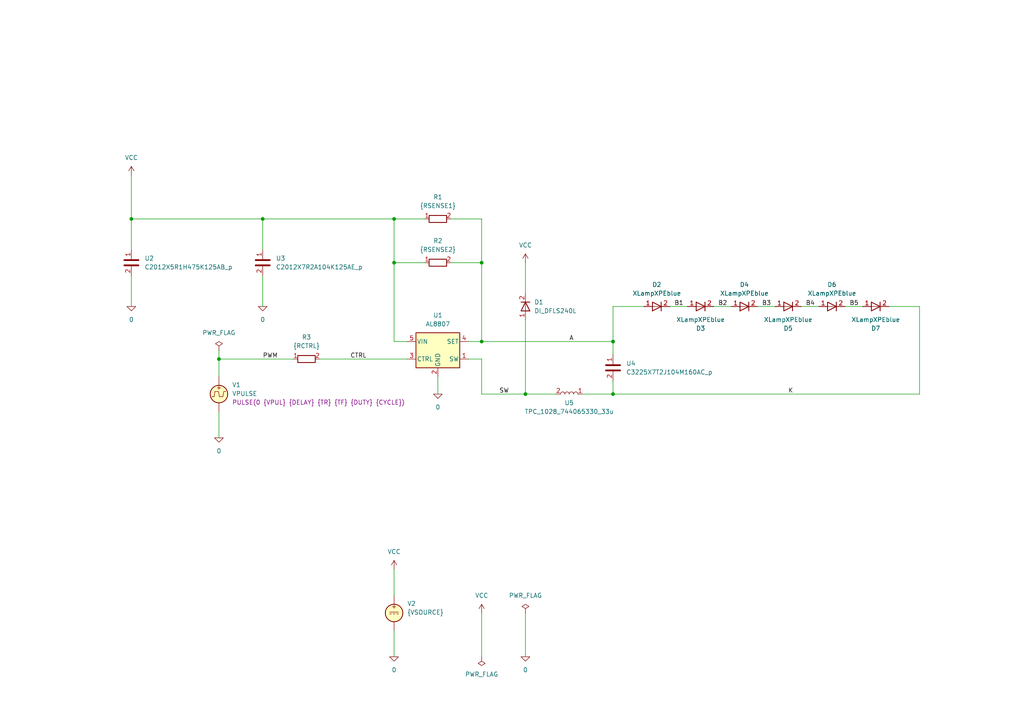
<source format=kicad_sch>
(kicad_sch
	(version 20231120)
	(generator "eeschema")
	(generator_version "8.0")
	(uuid "f85b8705-4960-4d3d-beaf-d8285901795c")
	(paper "A4")
	(title_block
		(title "High efficiency low 36V/1A buck led driver. XP-E blue.")
		(date "2024-11-05")
		(rev "2")
		(company "astroelectronic@")
		(comment 1 "-")
		(comment 2 "-")
		(comment 3 "-")
		(comment 4 "AE01003807")
	)
	(lib_symbols
		(symbol "AL8807:0"
			(power)
			(pin_names
				(offset 0)
			)
			(exclude_from_sim no)
			(in_bom yes)
			(on_board yes)
			(property "Reference" "#GND"
				(at 0 -2.54 0)
				(effects
					(font
						(size 1.27 1.27)
					)
					(hide yes)
				)
			)
			(property "Value" "0"
				(at 0 -1.778 0)
				(effects
					(font
						(size 1.27 1.27)
					)
				)
			)
			(property "Footprint" ""
				(at 0 0 0)
				(effects
					(font
						(size 1.27 1.27)
					)
					(hide yes)
				)
			)
			(property "Datasheet" "~"
				(at 0 0 0)
				(effects
					(font
						(size 1.27 1.27)
					)
					(hide yes)
				)
			)
			(property "Description" "0V reference potential for simulation"
				(at 0 0 0)
				(effects
					(font
						(size 1.27 1.27)
					)
					(hide yes)
				)
			)
			(property "ki_keywords" "simulation"
				(at 0 0 0)
				(effects
					(font
						(size 1.27 1.27)
					)
					(hide yes)
				)
			)
			(symbol "0_0_1"
				(polyline
					(pts
						(xy -1.27 0) (xy 0 -1.27) (xy 1.27 0) (xy -1.27 0)
					)
					(stroke
						(width 0)
						(type default)
					)
					(fill
						(type none)
					)
				)
			)
			(symbol "0_1_1"
				(pin power_in line
					(at 0 0 0)
					(length 0) hide
					(name "0"
						(effects
							(font
								(size 1.016 1.016)
							)
						)
					)
					(number "1"
						(effects
							(font
								(size 1.016 1.016)
							)
						)
					)
				)
			)
		)
		(symbol "AL8807:AL8807"
			(pin_names
				(offset 0.254)
			)
			(exclude_from_sim no)
			(in_bom yes)
			(on_board yes)
			(property "Reference" "U"
				(at -5.08 6.35 0)
				(effects
					(font
						(size 1.27 1.27)
					)
				)
			)
			(property "Value" "AL8807"
				(at 5.08 6.35 0)
				(effects
					(font
						(size 1.27 1.27)
					)
				)
			)
			(property "Footprint" ""
				(at 1.27 -6.35 0)
				(effects
					(font
						(size 1.27 1.27)
						(italic yes)
					)
					(justify left)
					(hide yes)
				)
			)
			(property "Datasheet" "https://www.diodes.com/assets/Datasheets/products_inactive_data/AL8807.pdf"
				(at 0 0 0)
				(effects
					(font
						(size 1.27 1.27)
					)
					(hide yes)
				)
			)
			(property "Description" "High efficiency low 36V/1A buck led driver."
				(at 0 0 0)
				(effects
					(font
						(size 1.27 1.27)
					)
					(hide yes)
				)
			)
			(property "ki_keywords" "Switching LED driver. Simmodel."
				(at 0 0 0)
				(effects
					(font
						(size 1.27 1.27)
					)
					(hide yes)
				)
			)
			(property "ki_fp_filters" "SOT?89*"
				(at 0 0 0)
				(effects
					(font
						(size 1.27 1.27)
					)
					(hide yes)
				)
			)
			(symbol "AL8807_0_1"
				(rectangle
					(start -6.35 5.08)
					(end 6.35 -5.08)
					(stroke
						(width 0.254)
						(type default)
					)
					(fill
						(type background)
					)
				)
			)
			(symbol "AL8807_1_1"
				(pin passive line
					(at 8.89 -2.54 180)
					(length 2.54)
					(name "SW"
						(effects
							(font
								(size 1.27 1.27)
							)
						)
					)
					(number "1"
						(effects
							(font
								(size 1.27 1.27)
							)
						)
					)
				)
				(pin passive line
					(at 0 -7.62 90)
					(length 2.54)
					(name "GND"
						(effects
							(font
								(size 1.27 1.27)
							)
						)
					)
					(number "2"
						(effects
							(font
								(size 1.27 1.27)
							)
						)
					)
				)
				(pin passive line
					(at -8.89 -2.54 0)
					(length 2.54)
					(name "CTRL"
						(effects
							(font
								(size 1.27 1.27)
							)
						)
					)
					(number "3"
						(effects
							(font
								(size 1.27 1.27)
							)
						)
					)
				)
				(pin passive line
					(at 8.89 2.54 180)
					(length 2.54)
					(name "SET"
						(effects
							(font
								(size 1.27 1.27)
							)
						)
					)
					(number "4"
						(effects
							(font
								(size 1.27 1.27)
							)
						)
					)
				)
				(pin passive line
					(at -8.89 2.54 0)
					(length 2.54)
					(name "VIN"
						(effects
							(font
								(size 1.27 1.27)
							)
						)
					)
					(number "5"
						(effects
							(font
								(size 1.27 1.27)
							)
						)
					)
				)
			)
		)
		(symbol "AL8807:C"
			(pin_names
				(offset 0.254) hide)
			(exclude_from_sim no)
			(in_bom yes)
			(on_board yes)
			(property "Reference" "C"
				(at 0.635 2.54 0)
				(effects
					(font
						(size 1.27 1.27)
					)
					(justify left)
				)
			)
			(property "Value" "C"
				(at 0.635 -2.54 0)
				(effects
					(font
						(size 1.27 1.27)
					)
					(justify left)
				)
			)
			(property "Footprint" ""
				(at 0.9652 -3.81 0)
				(effects
					(font
						(size 1.27 1.27)
					)
					(hide yes)
				)
			)
			(property "Datasheet" "~"
				(at 0 0 0)
				(effects
					(font
						(size 1.27 1.27)
					)
					(hide yes)
				)
			)
			(property "Description" "Unpolarized capacitor"
				(at 0 0 0)
				(effects
					(font
						(size 1.27 1.27)
					)
					(hide yes)
				)
			)
			(property "ki_keywords" "cap capacitor"
				(at 0 0 0)
				(effects
					(font
						(size 1.27 1.27)
					)
					(hide yes)
				)
			)
			(property "ki_fp_filters" "C_*"
				(at 0 0 0)
				(effects
					(font
						(size 1.27 1.27)
					)
					(hide yes)
				)
			)
			(symbol "C_0_1"
				(polyline
					(pts
						(xy -2.032 -0.762) (xy 2.032 -0.762)
					)
					(stroke
						(width 0.508)
						(type default)
					)
					(fill
						(type none)
					)
				)
				(polyline
					(pts
						(xy -2.032 0.762) (xy 2.032 0.762)
					)
					(stroke
						(width 0.508)
						(type default)
					)
					(fill
						(type none)
					)
				)
			)
			(symbol "C_1_1"
				(pin passive line
					(at 0 3.81 270)
					(length 2.794)
					(name "~"
						(effects
							(font
								(size 1.27 1.27)
							)
						)
					)
					(number "1"
						(effects
							(font
								(size 1.27 1.27)
							)
						)
					)
				)
				(pin passive line
					(at 0 -3.81 90)
					(length 2.794)
					(name "~"
						(effects
							(font
								(size 1.27 1.27)
							)
						)
					)
					(number "2"
						(effects
							(font
								(size 1.27 1.27)
							)
						)
					)
				)
			)
		)
		(symbol "AL8807:DIODE"
			(pin_names
				(offset 1.016) hide)
			(exclude_from_sim no)
			(in_bom yes)
			(on_board yes)
			(property "Reference" "D"
				(at 0 2.54 0)
				(effects
					(font
						(size 1.27 1.27)
					)
				)
			)
			(property "Value" "${SIM.PARAMS}"
				(at 0 -2.54 0)
				(effects
					(font
						(size 1.27 1.27)
					)
				)
			)
			(property "Footprint" ""
				(at 0 0 0)
				(effects
					(font
						(size 1.27 1.27)
					)
					(hide yes)
				)
			)
			(property "Datasheet" "~"
				(at 0 0 0)
				(effects
					(font
						(size 1.27 1.27)
					)
					(hide yes)
				)
			)
			(property "Description" "Diode, anode on pin 1, for simulation only!"
				(at 0 0 0)
				(effects
					(font
						(size 1.27 1.27)
					)
					(hide yes)
				)
			)
			(property "Sim.Pins" "1=1 2=2"
				(at 0 0 0)
				(effects
					(font
						(size 1.27 1.27)
					)
					(hide yes)
				)
			)
			(property "Sim.Device" "SPICE"
				(at 0 0 0)
				(effects
					(font
						(size 1.27 1.27)
					)
					(justify left)
					(hide yes)
				)
			)
			(property "Sim.Params" "type=\"D\" model=\"DIODE\" lib=\"\""
				(at 0 0 0)
				(effects
					(font
						(size 1.27 1.27)
					)
					(hide yes)
				)
			)
			(property "Spice_Netlist_Enabled" "Y"
				(at 0 0 0)
				(effects
					(font
						(size 1.27 1.27)
					)
					(justify left)
					(hide yes)
				)
			)
			(property "ki_keywords" "simulation"
				(at 0 0 0)
				(effects
					(font
						(size 1.27 1.27)
					)
					(hide yes)
				)
			)
			(symbol "DIODE_0_1"
				(polyline
					(pts
						(xy 1.27 0) (xy -1.27 0)
					)
					(stroke
						(width 0)
						(type default)
					)
					(fill
						(type none)
					)
				)
				(polyline
					(pts
						(xy 1.27 1.27) (xy 1.27 -1.27)
					)
					(stroke
						(width 0.254)
						(type default)
					)
					(fill
						(type none)
					)
				)
				(polyline
					(pts
						(xy -1.27 -1.27) (xy -1.27 1.27) (xy 1.27 0) (xy -1.27 -1.27)
					)
					(stroke
						(width 0.254)
						(type default)
					)
					(fill
						(type none)
					)
				)
			)
			(symbol "DIODE_1_1"
				(pin passive line
					(at -3.81 0 0)
					(length 2.54)
					(name "A"
						(effects
							(font
								(size 1.27 1.27)
							)
						)
					)
					(number "1"
						(effects
							(font
								(size 1.27 1.27)
							)
						)
					)
				)
				(pin passive line
					(at 3.81 0 180)
					(length 2.54)
					(name "K"
						(effects
							(font
								(size 1.27 1.27)
							)
						)
					)
					(number "2"
						(effects
							(font
								(size 1.27 1.27)
							)
						)
					)
				)
			)
		)
		(symbol "AL8807:L"
			(pin_names
				(offset 1.016) hide)
			(exclude_from_sim no)
			(in_bom yes)
			(on_board yes)
			(property "Reference" "L"
				(at -1.27 0 90)
				(effects
					(font
						(size 1.27 1.27)
					)
				)
			)
			(property "Value" "L"
				(at 1.905 0 90)
				(effects
					(font
						(size 1.27 1.27)
					)
				)
			)
			(property "Footprint" ""
				(at 0 0 0)
				(effects
					(font
						(size 1.27 1.27)
					)
					(hide yes)
				)
			)
			(property "Datasheet" "~"
				(at 0 0 0)
				(effects
					(font
						(size 1.27 1.27)
					)
					(hide yes)
				)
			)
			(property "Description" "Inductor"
				(at 0 0 0)
				(effects
					(font
						(size 1.27 1.27)
					)
					(hide yes)
				)
			)
			(property "ki_keywords" "inductor choke coil reactor magnetic"
				(at 0 0 0)
				(effects
					(font
						(size 1.27 1.27)
					)
					(hide yes)
				)
			)
			(property "ki_fp_filters" "Choke_* *Coil* Inductor_* L_*"
				(at 0 0 0)
				(effects
					(font
						(size 1.27 1.27)
					)
					(hide yes)
				)
			)
			(symbol "L_0_1"
				(arc
					(start 0 -2.54)
					(mid 0.6323 -1.905)
					(end 0 -1.27)
					(stroke
						(width 0)
						(type default)
					)
					(fill
						(type none)
					)
				)
				(arc
					(start 0 -1.27)
					(mid 0.6323 -0.635)
					(end 0 0)
					(stroke
						(width 0)
						(type default)
					)
					(fill
						(type none)
					)
				)
				(arc
					(start 0 0)
					(mid 0.6323 0.635)
					(end 0 1.27)
					(stroke
						(width 0)
						(type default)
					)
					(fill
						(type none)
					)
				)
				(arc
					(start 0 1.27)
					(mid 0.6323 1.905)
					(end 0 2.54)
					(stroke
						(width 0)
						(type default)
					)
					(fill
						(type none)
					)
				)
			)
			(symbol "L_1_1"
				(pin passive line
					(at 0 3.81 270)
					(length 1.27)
					(name "1"
						(effects
							(font
								(size 1.27 1.27)
							)
						)
					)
					(number "1"
						(effects
							(font
								(size 1.27 1.27)
							)
						)
					)
				)
				(pin passive line
					(at 0 -3.81 90)
					(length 1.27)
					(name "2"
						(effects
							(font
								(size 1.27 1.27)
							)
						)
					)
					(number "2"
						(effects
							(font
								(size 1.27 1.27)
							)
						)
					)
				)
			)
		)
		(symbol "AL8807:PWR_FLAG"
			(power)
			(pin_numbers hide)
			(pin_names
				(offset 0) hide)
			(exclude_from_sim no)
			(in_bom yes)
			(on_board yes)
			(property "Reference" "#FLG"
				(at 0 1.905 0)
				(effects
					(font
						(size 1.27 1.27)
					)
					(hide yes)
				)
			)
			(property "Value" "PWR_FLAG"
				(at 0 3.81 0)
				(effects
					(font
						(size 1.27 1.27)
					)
				)
			)
			(property "Footprint" ""
				(at 0 0 0)
				(effects
					(font
						(size 1.27 1.27)
					)
					(hide yes)
				)
			)
			(property "Datasheet" "~"
				(at 0 0 0)
				(effects
					(font
						(size 1.27 1.27)
					)
					(hide yes)
				)
			)
			(property "Description" "Special symbol for telling ERC where power comes from"
				(at 0 0 0)
				(effects
					(font
						(size 1.27 1.27)
					)
					(hide yes)
				)
			)
			(property "ki_keywords" "flag power"
				(at 0 0 0)
				(effects
					(font
						(size 1.27 1.27)
					)
					(hide yes)
				)
			)
			(symbol "PWR_FLAG_0_0"
				(pin power_out line
					(at 0 0 90)
					(length 0)
					(name "pwr"
						(effects
							(font
								(size 1.27 1.27)
							)
						)
					)
					(number "1"
						(effects
							(font
								(size 1.27 1.27)
							)
						)
					)
				)
			)
			(symbol "PWR_FLAG_0_1"
				(polyline
					(pts
						(xy 0 0) (xy 0 1.27) (xy -1.016 1.905) (xy 0 2.54) (xy 1.016 1.905) (xy 0 1.27)
					)
					(stroke
						(width 0)
						(type default)
					)
					(fill
						(type none)
					)
				)
			)
		)
		(symbol "AL8807:R"
			(pin_names
				(offset 0) hide)
			(exclude_from_sim no)
			(in_bom yes)
			(on_board yes)
			(property "Reference" "R"
				(at 2.032 0 90)
				(effects
					(font
						(size 1.27 1.27)
					)
				)
			)
			(property "Value" "R"
				(at 0 0 90)
				(effects
					(font
						(size 1.27 1.27)
					)
				)
			)
			(property "Footprint" ""
				(at -1.778 0 90)
				(effects
					(font
						(size 1.27 1.27)
					)
					(hide yes)
				)
			)
			(property "Datasheet" "~"
				(at 0 0 0)
				(effects
					(font
						(size 1.27 1.27)
					)
					(hide yes)
				)
			)
			(property "Description" "Resistor"
				(at 0 0 0)
				(effects
					(font
						(size 1.27 1.27)
					)
					(hide yes)
				)
			)
			(property "ki_keywords" "R res resistor"
				(at 0 0 0)
				(effects
					(font
						(size 1.27 1.27)
					)
					(hide yes)
				)
			)
			(property "ki_fp_filters" "R_*"
				(at 0 0 0)
				(effects
					(font
						(size 1.27 1.27)
					)
					(hide yes)
				)
			)
			(symbol "R_0_1"
				(rectangle
					(start -1.016 -2.54)
					(end 1.016 2.54)
					(stroke
						(width 0.254)
						(type default)
					)
					(fill
						(type none)
					)
				)
			)
			(symbol "R_1_1"
				(pin passive line
					(at 0 3.81 270)
					(length 1.27)
					(name "~"
						(effects
							(font
								(size 1.27 1.27)
							)
						)
					)
					(number "1"
						(effects
							(font
								(size 1.27 1.27)
							)
						)
					)
				)
				(pin passive line
					(at 0 -3.81 90)
					(length 1.27)
					(name "~"
						(effects
							(font
								(size 1.27 1.27)
							)
						)
					)
					(number "2"
						(effects
							(font
								(size 1.27 1.27)
							)
						)
					)
				)
			)
		)
		(symbol "AL8807:VCC"
			(power)
			(pin_names
				(offset 0)
			)
			(exclude_from_sim no)
			(in_bom yes)
			(on_board yes)
			(property "Reference" "#PWR"
				(at 0 -3.81 0)
				(effects
					(font
						(size 1.27 1.27)
					)
					(hide yes)
				)
			)
			(property "Value" "VCC"
				(at 0 3.81 0)
				(effects
					(font
						(size 1.27 1.27)
					)
				)
			)
			(property "Footprint" ""
				(at 0 0 0)
				(effects
					(font
						(size 1.27 1.27)
					)
					(hide yes)
				)
			)
			(property "Datasheet" ""
				(at 0 0 0)
				(effects
					(font
						(size 1.27 1.27)
					)
					(hide yes)
				)
			)
			(property "Description" "Power symbol creates a global label with name \"VCC\""
				(at 0 0 0)
				(effects
					(font
						(size 1.27 1.27)
					)
					(hide yes)
				)
			)
			(property "ki_keywords" "global power"
				(at 0 0 0)
				(effects
					(font
						(size 1.27 1.27)
					)
					(hide yes)
				)
			)
			(symbol "VCC_0_1"
				(polyline
					(pts
						(xy -0.762 1.27) (xy 0 2.54)
					)
					(stroke
						(width 0)
						(type default)
					)
					(fill
						(type none)
					)
				)
				(polyline
					(pts
						(xy 0 0) (xy 0 2.54)
					)
					(stroke
						(width 0)
						(type default)
					)
					(fill
						(type none)
					)
				)
				(polyline
					(pts
						(xy 0 2.54) (xy 0.762 1.27)
					)
					(stroke
						(width 0)
						(type default)
					)
					(fill
						(type none)
					)
				)
			)
			(symbol "VCC_1_1"
				(pin power_in line
					(at 0 0 90)
					(length 0) hide
					(name "VCC"
						(effects
							(font
								(size 1.27 1.27)
							)
						)
					)
					(number "1"
						(effects
							(font
								(size 1.27 1.27)
							)
						)
					)
				)
			)
		)
		(symbol "AL8807:VDC"
			(pin_numbers hide)
			(pin_names
				(offset 0.0254)
			)
			(exclude_from_sim no)
			(in_bom yes)
			(on_board yes)
			(property "Reference" "V"
				(at 2.54 2.54 0)
				(effects
					(font
						(size 1.27 1.27)
					)
					(justify left)
				)
			)
			(property "Value" "1"
				(at 2.54 0 0)
				(effects
					(font
						(size 1.27 1.27)
					)
					(justify left)
				)
			)
			(property "Footprint" ""
				(at 0 0 0)
				(effects
					(font
						(size 1.27 1.27)
					)
					(hide yes)
				)
			)
			(property "Datasheet" "~"
				(at 0 0 0)
				(effects
					(font
						(size 1.27 1.27)
					)
					(hide yes)
				)
			)
			(property "Description" "Voltage source, DC"
				(at 0 0 0)
				(effects
					(font
						(size 1.27 1.27)
					)
					(hide yes)
				)
			)
			(property "Sim.Pins" "1=+ 2=-"
				(at 0 0 0)
				(effects
					(font
						(size 1.27 1.27)
					)
					(hide yes)
				)
			)
			(property "Sim.Type" "DC"
				(at 0 0 0)
				(effects
					(font
						(size 1.27 1.27)
					)
					(hide yes)
				)
			)
			(property "Sim.Device" "V"
				(at 0 0 0)
				(effects
					(font
						(size 1.27 1.27)
					)
					(justify left)
					(hide yes)
				)
			)
			(property "Spice_Netlist_Enabled" "Y"
				(at 0 0 0)
				(effects
					(font
						(size 1.27 1.27)
					)
					(justify left)
					(hide yes)
				)
			)
			(property "ki_keywords" "simulation"
				(at 0 0 0)
				(effects
					(font
						(size 1.27 1.27)
					)
					(hide yes)
				)
			)
			(symbol "VDC_0_0"
				(polyline
					(pts
						(xy -1.27 0.254) (xy 1.27 0.254)
					)
					(stroke
						(width 0)
						(type default)
					)
					(fill
						(type none)
					)
				)
				(polyline
					(pts
						(xy -0.762 -0.254) (xy -1.27 -0.254)
					)
					(stroke
						(width 0)
						(type default)
					)
					(fill
						(type none)
					)
				)
				(polyline
					(pts
						(xy 0.254 -0.254) (xy -0.254 -0.254)
					)
					(stroke
						(width 0)
						(type default)
					)
					(fill
						(type none)
					)
				)
				(polyline
					(pts
						(xy 1.27 -0.254) (xy 0.762 -0.254)
					)
					(stroke
						(width 0)
						(type default)
					)
					(fill
						(type none)
					)
				)
				(text "+"
					(at 0 1.905 0)
					(effects
						(font
							(size 1.27 1.27)
						)
					)
				)
			)
			(symbol "VDC_0_1"
				(circle
					(center 0 0)
					(radius 2.54)
					(stroke
						(width 0.254)
						(type default)
					)
					(fill
						(type background)
					)
				)
			)
			(symbol "VDC_1_1"
				(pin passive line
					(at 0 5.08 270)
					(length 2.54)
					(name "~"
						(effects
							(font
								(size 1.27 1.27)
							)
						)
					)
					(number "1"
						(effects
							(font
								(size 1.27 1.27)
							)
						)
					)
				)
				(pin passive line
					(at 0 -5.08 90)
					(length 2.54)
					(name "~"
						(effects
							(font
								(size 1.27 1.27)
							)
						)
					)
					(number "2"
						(effects
							(font
								(size 1.27 1.27)
							)
						)
					)
				)
			)
		)
		(symbol "AL8807:VPULSE"
			(pin_numbers hide)
			(pin_names
				(offset 0.0254)
			)
			(exclude_from_sim no)
			(in_bom yes)
			(on_board yes)
			(property "Reference" "V"
				(at 2.54 2.54 0)
				(effects
					(font
						(size 1.27 1.27)
					)
					(justify left)
				)
			)
			(property "Value" "VPULSE"
				(at 2.54 0 0)
				(effects
					(font
						(size 1.27 1.27)
					)
					(justify left)
				)
			)
			(property "Footprint" ""
				(at 0 0 0)
				(effects
					(font
						(size 1.27 1.27)
					)
					(hide yes)
				)
			)
			(property "Datasheet" "~"
				(at 0 0 0)
				(effects
					(font
						(size 1.27 1.27)
					)
					(hide yes)
				)
			)
			(property "Description" "Voltage source, pulse"
				(at 0 0 0)
				(effects
					(font
						(size 1.27 1.27)
					)
					(hide yes)
				)
			)
			(property "Sim.Pins" "1=+ 2=-"
				(at 0 0 0)
				(effects
					(font
						(size 1.27 1.27)
					)
					(hide yes)
				)
			)
			(property "Sim.Type" "PULSE"
				(at 0 0 0)
				(effects
					(font
						(size 1.27 1.27)
					)
					(hide yes)
				)
			)
			(property "Sim.Device" "V"
				(at 0 0 0)
				(effects
					(font
						(size 1.27 1.27)
					)
					(justify left)
					(hide yes)
				)
			)
			(property "Sim.Params" "y1=0 y2=1 td=2n tr=2n tf=2n tw=50n per=100n"
				(at 2.54 -2.54 0)
				(effects
					(font
						(size 1.27 1.27)
					)
					(justify left)
				)
			)
			(property "Spice_Netlist_Enabled" "Y"
				(at 0 0 0)
				(effects
					(font
						(size 1.27 1.27)
					)
					(justify left)
					(hide yes)
				)
			)
			(property "ki_keywords" "simulation"
				(at 0 0 0)
				(effects
					(font
						(size 1.27 1.27)
					)
					(hide yes)
				)
			)
			(symbol "VPULSE_0_0"
				(polyline
					(pts
						(xy -2.032 -0.762) (xy -1.397 -0.762) (xy -1.143 0.762) (xy -0.127 0.762) (xy 0.127 -0.762) (xy 1.143 -0.762)
						(xy 1.397 0.762) (xy 2.032 0.762)
					)
					(stroke
						(width 0)
						(type default)
					)
					(fill
						(type none)
					)
				)
				(text "+"
					(at 0 1.905 0)
					(effects
						(font
							(size 1.27 1.27)
						)
					)
				)
			)
			(symbol "VPULSE_0_1"
				(circle
					(center 0 0)
					(radius 2.54)
					(stroke
						(width 0.254)
						(type default)
					)
					(fill
						(type background)
					)
				)
			)
			(symbol "VPULSE_1_1"
				(pin passive line
					(at 0 5.08 270)
					(length 2.54)
					(name "~"
						(effects
							(font
								(size 1.27 1.27)
							)
						)
					)
					(number "1"
						(effects
							(font
								(size 1.27 1.27)
							)
						)
					)
				)
				(pin passive line
					(at 0 -5.08 90)
					(length 2.54)
					(name "~"
						(effects
							(font
								(size 1.27 1.27)
							)
						)
					)
					(number "2"
						(effects
							(font
								(size 1.27 1.27)
							)
						)
					)
				)
			)
		)
		(symbol "C_1"
			(pin_names
				(offset 0.254) hide)
			(exclude_from_sim no)
			(in_bom yes)
			(on_board yes)
			(property "Reference" "C"
				(at 0.635 2.54 0)
				(effects
					(font
						(size 1.27 1.27)
					)
					(justify left)
				)
			)
			(property "Value" "C_1"
				(at 0.635 -2.54 0)
				(effects
					(font
						(size 1.27 1.27)
					)
					(justify left)
				)
			)
			(property "Footprint" ""
				(at 0.9652 -3.81 0)
				(effects
					(font
						(size 1.27 1.27)
					)
					(hide yes)
				)
			)
			(property "Datasheet" "~"
				(at 0 0 0)
				(effects
					(font
						(size 1.27 1.27)
					)
					(hide yes)
				)
			)
			(property "Description" "Unpolarized capacitor"
				(at 0 0 0)
				(effects
					(font
						(size 1.27 1.27)
					)
					(hide yes)
				)
			)
			(property "ki_keywords" "cap capacitor"
				(at 0 0 0)
				(effects
					(font
						(size 1.27 1.27)
					)
					(hide yes)
				)
			)
			(property "ki_fp_filters" "C_*"
				(at 0 0 0)
				(effects
					(font
						(size 1.27 1.27)
					)
					(hide yes)
				)
			)
			(symbol "C_1_0_1"
				(polyline
					(pts
						(xy -2.032 -0.762) (xy 2.032 -0.762)
					)
					(stroke
						(width 0.508)
						(type default)
					)
					(fill
						(type none)
					)
				)
				(polyline
					(pts
						(xy -2.032 0.762) (xy 2.032 0.762)
					)
					(stroke
						(width 0.508)
						(type default)
					)
					(fill
						(type none)
					)
				)
			)
			(symbol "C_1_1_1"
				(pin passive line
					(at 0 3.81 270)
					(length 2.794)
					(name "~"
						(effects
							(font
								(size 1.27 1.27)
							)
						)
					)
					(number "1"
						(effects
							(font
								(size 1.27 1.27)
							)
						)
					)
				)
				(pin passive line
					(at 0 -3.81 90)
					(length 2.794)
					(name "~"
						(effects
							(font
								(size 1.27 1.27)
							)
						)
					)
					(number "2"
						(effects
							(font
								(size 1.27 1.27)
							)
						)
					)
				)
			)
		)
		(symbol "C_2"
			(pin_names
				(offset 0.254) hide)
			(exclude_from_sim no)
			(in_bom yes)
			(on_board yes)
			(property "Reference" "C"
				(at 0.635 2.54 0)
				(effects
					(font
						(size 1.27 1.27)
					)
					(justify left)
				)
			)
			(property "Value" "C_2"
				(at 0.635 -2.54 0)
				(effects
					(font
						(size 1.27 1.27)
					)
					(justify left)
				)
			)
			(property "Footprint" ""
				(at 0.9652 -3.81 0)
				(effects
					(font
						(size 1.27 1.27)
					)
					(hide yes)
				)
			)
			(property "Datasheet" "~"
				(at 0 0 0)
				(effects
					(font
						(size 1.27 1.27)
					)
					(hide yes)
				)
			)
			(property "Description" "Unpolarized capacitor"
				(at 0 0 0)
				(effects
					(font
						(size 1.27 1.27)
					)
					(hide yes)
				)
			)
			(property "ki_keywords" "cap capacitor"
				(at 0 0 0)
				(effects
					(font
						(size 1.27 1.27)
					)
					(hide yes)
				)
			)
			(property "ki_fp_filters" "C_*"
				(at 0 0 0)
				(effects
					(font
						(size 1.27 1.27)
					)
					(hide yes)
				)
			)
			(symbol "C_2_0_1"
				(polyline
					(pts
						(xy -2.032 -0.762) (xy 2.032 -0.762)
					)
					(stroke
						(width 0.508)
						(type default)
					)
					(fill
						(type none)
					)
				)
				(polyline
					(pts
						(xy -2.032 0.762) (xy 2.032 0.762)
					)
					(stroke
						(width 0.508)
						(type default)
					)
					(fill
						(type none)
					)
				)
			)
			(symbol "C_2_1_1"
				(pin passive line
					(at 0 3.81 270)
					(length 2.794)
					(name "~"
						(effects
							(font
								(size 1.27 1.27)
							)
						)
					)
					(number "1"
						(effects
							(font
								(size 1.27 1.27)
							)
						)
					)
				)
				(pin passive line
					(at 0 -3.81 90)
					(length 2.794)
					(name "~"
						(effects
							(font
								(size 1.27 1.27)
							)
						)
					)
					(number "2"
						(effects
							(font
								(size 1.27 1.27)
							)
						)
					)
				)
			)
		)
		(symbol "DIODE_1"
			(pin_names
				(offset 1.016) hide)
			(exclude_from_sim no)
			(in_bom yes)
			(on_board yes)
			(property "Reference" "D"
				(at 0 2.54 0)
				(effects
					(font
						(size 1.27 1.27)
					)
				)
			)
			(property "Value" "${SIM.PARAMS}"
				(at 0 -2.54 0)
				(effects
					(font
						(size 1.27 1.27)
					)
				)
			)
			(property "Footprint" ""
				(at 0 0 0)
				(effects
					(font
						(size 1.27 1.27)
					)
					(hide yes)
				)
			)
			(property "Datasheet" "~"
				(at 0 0 0)
				(effects
					(font
						(size 1.27 1.27)
					)
					(hide yes)
				)
			)
			(property "Description" "Diode, anode on pin 1, for simulation only!"
				(at 0 0 0)
				(effects
					(font
						(size 1.27 1.27)
					)
					(hide yes)
				)
			)
			(property "Sim.Pins" "1=1 2=2"
				(at 0 0 0)
				(effects
					(font
						(size 1.27 1.27)
					)
					(hide yes)
				)
			)
			(property "Sim.Device" "SPICE"
				(at 0 0 0)
				(effects
					(font
						(size 1.27 1.27)
					)
					(justify left)
					(hide yes)
				)
			)
			(property "Sim.Params" "type=\"D\" model=\"DIODE_1\" lib=\"\""
				(at 0 0 0)
				(effects
					(font
						(size 1.27 1.27)
					)
					(hide yes)
				)
			)
			(property "Spice_Netlist_Enabled" "Y"
				(at 0 0 0)
				(effects
					(font
						(size 1.27 1.27)
					)
					(justify left)
					(hide yes)
				)
			)
			(property "ki_keywords" "simulation"
				(at 0 0 0)
				(effects
					(font
						(size 1.27 1.27)
					)
					(hide yes)
				)
			)
			(symbol "DIODE_1_0_1"
				(polyline
					(pts
						(xy 1.27 0) (xy -1.27 0)
					)
					(stroke
						(width 0)
						(type default)
					)
					(fill
						(type none)
					)
				)
				(polyline
					(pts
						(xy 1.27 1.27) (xy 1.27 -1.27)
					)
					(stroke
						(width 0.254)
						(type default)
					)
					(fill
						(type none)
					)
				)
				(polyline
					(pts
						(xy -1.27 -1.27) (xy -1.27 1.27) (xy 1.27 0) (xy -1.27 -1.27)
					)
					(stroke
						(width 0.254)
						(type default)
					)
					(fill
						(type none)
					)
				)
			)
			(symbol "DIODE_1_1_1"
				(pin passive line
					(at -3.81 0 0)
					(length 2.54)
					(name "A"
						(effects
							(font
								(size 1.27 1.27)
							)
						)
					)
					(number "1"
						(effects
							(font
								(size 1.27 1.27)
							)
						)
					)
				)
				(pin passive line
					(at 3.81 0 180)
					(length 2.54)
					(name "K"
						(effects
							(font
								(size 1.27 1.27)
							)
						)
					)
					(number "2"
						(effects
							(font
								(size 1.27 1.27)
							)
						)
					)
				)
			)
		)
		(symbol "DIODE_1_5"
			(pin_names
				(offset 1.016) hide)
			(exclude_from_sim no)
			(in_bom yes)
			(on_board yes)
			(property "Reference" "D"
				(at 0 2.54 0)
				(effects
					(font
						(size 1.27 1.27)
					)
				)
			)
			(property "Value" "${SIM.PARAMS}"
				(at 0 -2.54 0)
				(effects
					(font
						(size 1.27 1.27)
					)
				)
			)
			(property "Footprint" ""
				(at 0 0 0)
				(effects
					(font
						(size 1.27 1.27)
					)
					(hide yes)
				)
			)
			(property "Datasheet" "~"
				(at 0 0 0)
				(effects
					(font
						(size 1.27 1.27)
					)
					(hide yes)
				)
			)
			(property "Description" "Diode, anode on pin 1, for simulation only!"
				(at 0 0 0)
				(effects
					(font
						(size 1.27 1.27)
					)
					(hide yes)
				)
			)
			(property "Sim.Pins" "1=1 2=2"
				(at 0 0 0)
				(effects
					(font
						(size 1.27 1.27)
					)
					(hide yes)
				)
			)
			(property "Sim.Device" "SPICE"
				(at 0 0 0)
				(effects
					(font
						(size 1.27 1.27)
					)
					(justify left)
					(hide yes)
				)
			)
			(property "Sim.Params" "type=\"D\" model=\"DIODE_1\" lib=\"\""
				(at 0 0 0)
				(effects
					(font
						(size 1.27 1.27)
					)
					(hide yes)
				)
			)
			(property "Spice_Netlist_Enabled" "Y"
				(at 0 0 0)
				(effects
					(font
						(size 1.27 1.27)
					)
					(justify left)
					(hide yes)
				)
			)
			(property "ki_keywords" "simulation"
				(at 0 0 0)
				(effects
					(font
						(size 1.27 1.27)
					)
					(hide yes)
				)
			)
			(symbol "DIODE_1_5_0_1"
				(polyline
					(pts
						(xy 1.27 0) (xy -1.27 0)
					)
					(stroke
						(width 0)
						(type default)
					)
					(fill
						(type none)
					)
				)
				(polyline
					(pts
						(xy 1.27 1.27) (xy 1.27 -1.27)
					)
					(stroke
						(width 0.254)
						(type default)
					)
					(fill
						(type none)
					)
				)
				(polyline
					(pts
						(xy -1.27 -1.27) (xy -1.27 1.27) (xy 1.27 0) (xy -1.27 -1.27)
					)
					(stroke
						(width 0.254)
						(type default)
					)
					(fill
						(type none)
					)
				)
			)
			(symbol "DIODE_1_5_1_1"
				(pin passive line
					(at -3.81 0 0)
					(length 2.54)
					(name "A"
						(effects
							(font
								(size 1.27 1.27)
							)
						)
					)
					(number "1"
						(effects
							(font
								(size 1.27 1.27)
							)
						)
					)
				)
				(pin passive line
					(at 3.81 0 180)
					(length 2.54)
					(name "K"
						(effects
							(font
								(size 1.27 1.27)
							)
						)
					)
					(number "2"
						(effects
							(font
								(size 1.27 1.27)
							)
						)
					)
				)
			)
		)
		(symbol "R_1"
			(pin_names
				(offset 0) hide)
			(exclude_from_sim no)
			(in_bom yes)
			(on_board yes)
			(property "Reference" "R"
				(at 2.032 0 90)
				(effects
					(font
						(size 1.27 1.27)
					)
				)
			)
			(property "Value" "R_1"
				(at 0 0 90)
				(effects
					(font
						(size 1.27 1.27)
					)
				)
			)
			(property "Footprint" ""
				(at -1.778 0 90)
				(effects
					(font
						(size 1.27 1.27)
					)
					(hide yes)
				)
			)
			(property "Datasheet" "~"
				(at 0 0 0)
				(effects
					(font
						(size 1.27 1.27)
					)
					(hide yes)
				)
			)
			(property "Description" "Resistor"
				(at 0 0 0)
				(effects
					(font
						(size 1.27 1.27)
					)
					(hide yes)
				)
			)
			(property "ki_keywords" "R res resistor"
				(at 0 0 0)
				(effects
					(font
						(size 1.27 1.27)
					)
					(hide yes)
				)
			)
			(property "ki_fp_filters" "R_*"
				(at 0 0 0)
				(effects
					(font
						(size 1.27 1.27)
					)
					(hide yes)
				)
			)
			(symbol "R_1_0_1"
				(rectangle
					(start -1.016 -2.54)
					(end 1.016 2.54)
					(stroke
						(width 0.254)
						(type default)
					)
					(fill
						(type none)
					)
				)
			)
			(symbol "R_1_1_1"
				(pin passive line
					(at 0 3.81 270)
					(length 1.27)
					(name "~"
						(effects
							(font
								(size 1.27 1.27)
							)
						)
					)
					(number "1"
						(effects
							(font
								(size 1.27 1.27)
							)
						)
					)
				)
				(pin passive line
					(at 0 -3.81 90)
					(length 1.27)
					(name "~"
						(effects
							(font
								(size 1.27 1.27)
							)
						)
					)
					(number "2"
						(effects
							(font
								(size 1.27 1.27)
							)
						)
					)
				)
			)
		)
		(symbol "R_2"
			(pin_names
				(offset 0) hide)
			(exclude_from_sim no)
			(in_bom yes)
			(on_board yes)
			(property "Reference" "R"
				(at 2.032 0 90)
				(effects
					(font
						(size 1.27 1.27)
					)
				)
			)
			(property "Value" "R_2"
				(at 0 0 90)
				(effects
					(font
						(size 1.27 1.27)
					)
				)
			)
			(property "Footprint" ""
				(at -1.778 0 90)
				(effects
					(font
						(size 1.27 1.27)
					)
					(hide yes)
				)
			)
			(property "Datasheet" "~"
				(at 0 0 0)
				(effects
					(font
						(size 1.27 1.27)
					)
					(hide yes)
				)
			)
			(property "Description" "Resistor"
				(at 0 0 0)
				(effects
					(font
						(size 1.27 1.27)
					)
					(hide yes)
				)
			)
			(property "ki_keywords" "R res resistor"
				(at 0 0 0)
				(effects
					(font
						(size 1.27 1.27)
					)
					(hide yes)
				)
			)
			(property "ki_fp_filters" "R_*"
				(at 0 0 0)
				(effects
					(font
						(size 1.27 1.27)
					)
					(hide yes)
				)
			)
			(symbol "R_2_0_1"
				(rectangle
					(start -1.016 -2.54)
					(end 1.016 2.54)
					(stroke
						(width 0.254)
						(type default)
					)
					(fill
						(type none)
					)
				)
			)
			(symbol "R_2_1_1"
				(pin passive line
					(at 0 3.81 270)
					(length 1.27)
					(name "~"
						(effects
							(font
								(size 1.27 1.27)
							)
						)
					)
					(number "1"
						(effects
							(font
								(size 1.27 1.27)
							)
						)
					)
				)
				(pin passive line
					(at 0 -3.81 90)
					(length 1.27)
					(name "~"
						(effects
							(font
								(size 1.27 1.27)
							)
						)
					)
					(number "2"
						(effects
							(font
								(size 1.27 1.27)
							)
						)
					)
				)
			)
		)
	)
	(junction
		(at 76.2 63.5)
		(diameter 0)
		(color 0 0 0 0)
		(uuid "021ad581-bfe1-4f2c-a043-dc783413eddc")
	)
	(junction
		(at 38.1 63.5)
		(diameter 0)
		(color 0 0 0 0)
		(uuid "168e370b-8e8f-4d77-9f78-7c59b4b1d7d1")
	)
	(junction
		(at 152.4 114.3)
		(diameter 0)
		(color 0 0 0 0)
		(uuid "97a9322c-c719-4fa2-b087-e0296589810d")
	)
	(junction
		(at 139.7 99.06)
		(diameter 0)
		(color 0 0 0 0)
		(uuid "a1278c37-8b41-43aa-8d78-9d5445827647")
	)
	(junction
		(at 177.8 114.3)
		(diameter 0)
		(color 0 0 0 0)
		(uuid "a2c8bb26-9b3c-46b8-8114-d8dfa0ed7cd2")
	)
	(junction
		(at 63.5 104.14)
		(diameter 0)
		(color 0 0 0 0)
		(uuid "a61fea71-4793-44c3-9e50-bcd603af9b06")
	)
	(junction
		(at 139.7 76.2)
		(diameter 0)
		(color 0 0 0 0)
		(uuid "b8c69e57-ef3d-489f-baf7-6becb50618c2")
	)
	(junction
		(at 177.8 99.06)
		(diameter 0)
		(color 0 0 0 0)
		(uuid "c557911c-5ee5-435e-b04a-508b321478dd")
	)
	(junction
		(at 114.3 63.5)
		(diameter 0)
		(color 0 0 0 0)
		(uuid "d1f0b821-1aac-422e-b137-a38526192b5c")
	)
	(junction
		(at 114.3 76.2)
		(diameter 0)
		(color 0 0 0 0)
		(uuid "e5a9238f-d204-4063-b2c2-b19b96e79781")
	)
	(wire
		(pts
			(xy 139.7 76.2) (xy 130.81 76.2)
		)
		(stroke
			(width 0)
			(type default)
		)
		(uuid "01c7e703-32dd-490c-ab27-ef28c4a8f987")
	)
	(wire
		(pts
			(xy 177.8 99.06) (xy 177.8 88.9)
		)
		(stroke
			(width 0)
			(type default)
		)
		(uuid "07e9ed99-5315-4f11-88f8-3b0e77b62a09")
	)
	(wire
		(pts
			(xy 168.91 114.3) (xy 177.8 114.3)
		)
		(stroke
			(width 0)
			(type default)
		)
		(uuid "0aa8e3b0-d0fa-4450-95b4-568e3f7b024d")
	)
	(wire
		(pts
			(xy 152.4 177.8) (xy 152.4 190.5)
		)
		(stroke
			(width 0)
			(type default)
		)
		(uuid "0f720556-4d91-446a-8c28-ddebdeaba64a")
	)
	(wire
		(pts
			(xy 139.7 63.5) (xy 139.7 76.2)
		)
		(stroke
			(width 0)
			(type default)
		)
		(uuid "11b85482-d407-46d2-a0f4-c6c60a2ae39d")
	)
	(wire
		(pts
			(xy 38.1 63.5) (xy 38.1 72.39)
		)
		(stroke
			(width 0)
			(type default)
		)
		(uuid "2018f8e2-47e6-40ef-804a-941edea97886")
	)
	(wire
		(pts
			(xy 127 109.22) (xy 127 114.3)
		)
		(stroke
			(width 0)
			(type default)
		)
		(uuid "20e3603a-e89c-48aa-9f6e-77620c03d598")
	)
	(wire
		(pts
			(xy 38.1 50.8) (xy 38.1 63.5)
		)
		(stroke
			(width 0)
			(type default)
		)
		(uuid "2dfe437d-9ab4-4326-a69c-036821b7fc85")
	)
	(wire
		(pts
			(xy 76.2 63.5) (xy 114.3 63.5)
		)
		(stroke
			(width 0)
			(type default)
		)
		(uuid "2f417abd-ca4e-4ba2-b68d-cc53bfb478e9")
	)
	(wire
		(pts
			(xy 139.7 99.06) (xy 139.7 76.2)
		)
		(stroke
			(width 0)
			(type default)
		)
		(uuid "3431784f-484c-4f01-b32e-545b7b2e3c51")
	)
	(wire
		(pts
			(xy 194.31 88.9) (xy 199.39 88.9)
		)
		(stroke
			(width 0)
			(type default)
		)
		(uuid "3a15cffc-ee50-4b90-9348-d4ce251b4c9a")
	)
	(wire
		(pts
			(xy 114.3 99.06) (xy 114.3 76.2)
		)
		(stroke
			(width 0)
			(type default)
		)
		(uuid "429d9ea5-3da2-4c1b-8e1a-25dc7344d03b")
	)
	(wire
		(pts
			(xy 38.1 80.01) (xy 38.1 88.9)
		)
		(stroke
			(width 0)
			(type default)
		)
		(uuid "4a3fd225-4a2f-4a6d-b982-33280ab9804a")
	)
	(wire
		(pts
			(xy 177.8 99.06) (xy 177.8 102.87)
		)
		(stroke
			(width 0)
			(type default)
		)
		(uuid "4db8a0b0-3529-48d5-85c8-d1f3b4d660e1")
	)
	(wire
		(pts
			(xy 152.4 92.71) (xy 152.4 114.3)
		)
		(stroke
			(width 0)
			(type default)
		)
		(uuid "58efe5d2-0977-477f-85dc-a2b9e758ee43")
	)
	(wire
		(pts
			(xy 177.8 88.9) (xy 186.69 88.9)
		)
		(stroke
			(width 0)
			(type default)
		)
		(uuid "650f20fc-eab0-4be3-9f5d-fd1322775259")
	)
	(wire
		(pts
			(xy 177.8 110.49) (xy 177.8 114.3)
		)
		(stroke
			(width 0)
			(type default)
		)
		(uuid "6a432b4a-0a63-4dac-a6e5-9e35a3606e04")
	)
	(wire
		(pts
			(xy 219.71 88.9) (xy 224.79 88.9)
		)
		(stroke
			(width 0)
			(type default)
		)
		(uuid "80e1c06e-3d73-4b8d-b265-8e163f97ed7f")
	)
	(wire
		(pts
			(xy 152.4 114.3) (xy 139.7 114.3)
		)
		(stroke
			(width 0)
			(type default)
		)
		(uuid "84692b50-df54-44db-961e-86b6db8c68ab")
	)
	(wire
		(pts
			(xy 63.5 119.38) (xy 63.5 127)
		)
		(stroke
			(width 0)
			(type default)
		)
		(uuid "8c8fc981-26f1-4f1d-8e2e-b00228f9e98e")
	)
	(wire
		(pts
			(xy 139.7 104.14) (xy 135.89 104.14)
		)
		(stroke
			(width 0)
			(type default)
		)
		(uuid "9055bbb4-7f1d-4906-8399-b9aaa7b16843")
	)
	(wire
		(pts
			(xy 76.2 63.5) (xy 76.2 72.39)
		)
		(stroke
			(width 0)
			(type default)
		)
		(uuid "9381057f-4fa5-4c63-bc33-8004d543fd66")
	)
	(wire
		(pts
			(xy 76.2 80.01) (xy 76.2 88.9)
		)
		(stroke
			(width 0)
			(type default)
		)
		(uuid "98782699-00a9-4a56-bad3-3d0bb34b2ab9")
	)
	(wire
		(pts
			(xy 139.7 177.8) (xy 139.7 190.5)
		)
		(stroke
			(width 0)
			(type default)
		)
		(uuid "98f199e7-4847-4ad3-a02d-664b932fbcaf")
	)
	(wire
		(pts
			(xy 114.3 76.2) (xy 114.3 63.5)
		)
		(stroke
			(width 0)
			(type default)
		)
		(uuid "9a02c457-c4de-47c2-9914-acf7cc8db995")
	)
	(wire
		(pts
			(xy 207.01 88.9) (xy 212.09 88.9)
		)
		(stroke
			(width 0)
			(type default)
		)
		(uuid "a5794a2b-93e3-4aad-a75c-324bce41a03f")
	)
	(wire
		(pts
			(xy 92.71 104.14) (xy 118.11 104.14)
		)
		(stroke
			(width 0)
			(type default)
		)
		(uuid "a715a9bb-12c4-4c87-b92c-6d2e71049932")
	)
	(wire
		(pts
			(xy 139.7 99.06) (xy 177.8 99.06)
		)
		(stroke
			(width 0)
			(type default)
		)
		(uuid "b05dcea4-e955-4e79-ab94-acc34da4655e")
	)
	(wire
		(pts
			(xy 38.1 63.5) (xy 76.2 63.5)
		)
		(stroke
			(width 0)
			(type default)
		)
		(uuid "b836bfbf-e229-4302-8975-7148666660cf")
	)
	(wire
		(pts
			(xy 177.8 114.3) (xy 266.7 114.3)
		)
		(stroke
			(width 0)
			(type default)
		)
		(uuid "b865479a-a893-48e9-b72a-b9f7b6fdac94")
	)
	(wire
		(pts
			(xy 114.3 165.1) (xy 114.3 172.72)
		)
		(stroke
			(width 0)
			(type default)
		)
		(uuid "c12ab2d4-fb4d-4698-96b2-844f7f724fdc")
	)
	(wire
		(pts
			(xy 266.7 114.3) (xy 266.7 88.9)
		)
		(stroke
			(width 0)
			(type default)
		)
		(uuid "c3cbdfe5-a511-4543-aa64-e4b249982016")
	)
	(wire
		(pts
			(xy 63.5 101.6) (xy 63.5 104.14)
		)
		(stroke
			(width 0)
			(type default)
		)
		(uuid "c463476e-3700-42c0-a9c6-e0e51d046484")
	)
	(wire
		(pts
			(xy 266.7 88.9) (xy 257.81 88.9)
		)
		(stroke
			(width 0)
			(type default)
		)
		(uuid "c6bba423-542b-45e4-a621-4b38d3d64ac2")
	)
	(wire
		(pts
			(xy 114.3 182.88) (xy 114.3 190.5)
		)
		(stroke
			(width 0)
			(type default)
		)
		(uuid "cddb09ad-8454-4df7-a7c0-3fac569efff4")
	)
	(wire
		(pts
			(xy 245.11 88.9) (xy 250.19 88.9)
		)
		(stroke
			(width 0)
			(type default)
		)
		(uuid "cf04978f-7fa2-4fa3-b46c-011ced65425d")
	)
	(wire
		(pts
			(xy 139.7 114.3) (xy 139.7 104.14)
		)
		(stroke
			(width 0)
			(type default)
		)
		(uuid "cf761663-9b18-4a39-a02a-b4fd1a6f66dd")
	)
	(wire
		(pts
			(xy 135.89 99.06) (xy 139.7 99.06)
		)
		(stroke
			(width 0)
			(type default)
		)
		(uuid "cf8c3d9b-3791-4147-8b99-dd7df4fcceb4")
	)
	(wire
		(pts
			(xy 63.5 104.14) (xy 63.5 109.22)
		)
		(stroke
			(width 0)
			(type default)
		)
		(uuid "d144cba8-856d-48c3-befd-2048f5da42a3")
	)
	(wire
		(pts
			(xy 118.11 99.06) (xy 114.3 99.06)
		)
		(stroke
			(width 0)
			(type default)
		)
		(uuid "d310fbb3-5e94-4b84-8b7a-434754fe3e03")
	)
	(wire
		(pts
			(xy 152.4 76.2) (xy 152.4 85.09)
		)
		(stroke
			(width 0)
			(type default)
		)
		(uuid "db72849d-a21e-4579-b31d-6f3973a624cf")
	)
	(wire
		(pts
			(xy 130.81 63.5) (xy 139.7 63.5)
		)
		(stroke
			(width 0)
			(type default)
		)
		(uuid "dfe63220-f817-496c-ba42-6406e8a976d4")
	)
	(wire
		(pts
			(xy 114.3 76.2) (xy 123.19 76.2)
		)
		(stroke
			(width 0)
			(type default)
		)
		(uuid "e3abc711-54c8-49bf-8e03-2641cc29e517")
	)
	(wire
		(pts
			(xy 114.3 63.5) (xy 123.19 63.5)
		)
		(stroke
			(width 0)
			(type default)
		)
		(uuid "ed5d763c-ca94-4903-904c-2872607513a1")
	)
	(wire
		(pts
			(xy 232.41 88.9) (xy 237.49 88.9)
		)
		(stroke
			(width 0)
			(type default)
		)
		(uuid "ee908c06-0a33-4931-bcd7-e05fafb684be")
	)
	(wire
		(pts
			(xy 161.29 114.3) (xy 152.4 114.3)
		)
		(stroke
			(width 0)
			(type default)
		)
		(uuid "f42cc41d-4577-47ff-a9c0-3d2dd16ea611")
	)
	(wire
		(pts
			(xy 63.5 104.14) (xy 85.09 104.14)
		)
		(stroke
			(width 0)
			(type default)
		)
		(uuid "f8e1bae4-574a-4e0f-8cb9-ac6fed2d0785")
	)
	(label "A"
		(at 165.1 99.06 0)
		(fields_autoplaced yes)
		(effects
			(font
				(size 1.27 1.27)
			)
			(justify left bottom)
		)
		(uuid "33a8350a-50ef-401c-b514-9546b11682a2")
	)
	(label "CTRL"
		(at 101.6 104.14 0)
		(fields_autoplaced yes)
		(effects
			(font
				(size 1.27 1.27)
			)
			(justify left bottom)
		)
		(uuid "61fdd1aa-c46f-4792-9337-ec6468c796d2")
	)
	(label "B2"
		(at 208.28 88.9 0)
		(fields_autoplaced yes)
		(effects
			(font
				(size 1.27 1.27)
			)
			(justify left bottom)
		)
		(uuid "66e40115-e172-4c4e-842e-9e37b3be6324")
	)
	(label "B4"
		(at 233.68 88.9 0)
		(fields_autoplaced yes)
		(effects
			(font
				(size 1.27 1.27)
			)
			(justify left bottom)
		)
		(uuid "a4a53db4-d304-496a-a39f-230b026f55f7")
	)
	(label "B5"
		(at 246.38 88.9 0)
		(fields_autoplaced yes)
		(effects
			(font
				(size 1.27 1.27)
			)
			(justify left bottom)
		)
		(uuid "ab85bb12-8d5e-4caf-8b96-d4006d6fc653")
	)
	(label "SW"
		(at 144.78 114.3 0)
		(fields_autoplaced yes)
		(effects
			(font
				(size 1.27 1.27)
			)
			(justify left bottom)
		)
		(uuid "c14d4edd-d852-471c-a41f-9a1fdad9bde7")
	)
	(label "PWM"
		(at 76.2 104.14 0)
		(fields_autoplaced yes)
		(effects
			(font
				(size 1.27 1.27)
			)
			(justify left bottom)
		)
		(uuid "c17961a0-101f-4516-97b9-917fc5fdefe0")
	)
	(label "B1"
		(at 195.58 88.9 0)
		(fields_autoplaced yes)
		(effects
			(font
				(size 1.27 1.27)
			)
			(justify left bottom)
		)
		(uuid "cb876e8d-3ced-4e33-9f11-e952f2c0dcaa")
	)
	(label "B3"
		(at 220.98 88.9 0)
		(fields_autoplaced yes)
		(effects
			(font
				(size 1.27 1.27)
			)
			(justify left bottom)
		)
		(uuid "cbe2c9df-2196-4e92-8d67-7d3b69b51a06")
	)
	(label "K"
		(at 228.6 114.3 0)
		(fields_autoplaced yes)
		(effects
			(font
				(size 1.27 1.27)
			)
			(justify left bottom)
		)
		(uuid "de7f6e92-dc18-42e8-a048-ca4e68bd2b26")
	)
	(symbol
		(lib_id "AL8807:PWR_FLAG")
		(at 152.4 177.8 0)
		(unit 1)
		(exclude_from_sim no)
		(in_bom yes)
		(on_board yes)
		(dnp no)
		(fields_autoplaced yes)
		(uuid "06fb4c7b-7ab1-4358-8085-3d10a23ea1ef")
		(property "Reference" "#FLG0102"
			(at 152.4 175.895 0)
			(effects
				(font
					(size 1.27 1.27)
				)
				(hide yes)
			)
		)
		(property "Value" "PWR_FLAG"
			(at 152.4 172.72 0)
			(effects
				(font
					(size 1.27 1.27)
				)
			)
		)
		(property "Footprint" ""
			(at 152.4 177.8 0)
			(effects
				(font
					(size 1.27 1.27)
				)
				(hide yes)
			)
		)
		(property "Datasheet" "~"
			(at 152.4 177.8 0)
			(effects
				(font
					(size 1.27 1.27)
				)
				(hide yes)
			)
		)
		(property "Description" ""
			(at 152.4 177.8 0)
			(effects
				(font
					(size 1.27 1.27)
				)
				(hide yes)
			)
		)
		(pin "1"
			(uuid "127715b0-0324-491f-8437-5fa7c5842b99")
		)
		(instances
			(project ""
				(path "/f85b8705-4960-4d3d-beaf-d8285901795c"
					(reference "#FLG0102")
					(unit 1)
				)
			)
		)
	)
	(symbol
		(lib_name "DIODE_1_5")
		(lib_id "AL8807:DIODE_1")
		(at 228.6 88.9 0)
		(mirror x)
		(unit 1)
		(exclude_from_sim no)
		(in_bom yes)
		(on_board yes)
		(dnp no)
		(uuid "17b8ef30-7c8a-4e9c-9e6d-0ba16767de2d")
		(property "Reference" "D5"
			(at 228.6 95.25 0)
			(effects
				(font
					(size 1.27 1.27)
				)
			)
		)
		(property "Value" "XLampXPEblue"
			(at 228.6 92.71 0)
			(effects
				(font
					(size 1.27 1.27)
				)
			)
		)
		(property "Footprint" ""
			(at 228.6 88.9 0)
			(effects
				(font
					(size 1.27 1.27)
				)
				(hide yes)
			)
		)
		(property "Datasheet" "~"
			(at 228.6 88.9 0)
			(effects
				(font
					(size 1.27 1.27)
				)
				(hide yes)
			)
		)
		(property "Description" ""
			(at 228.6 88.9 0)
			(effects
				(font
					(size 1.27 1.27)
				)
				(hide yes)
			)
		)
		(property "Sim.Device" "D"
			(at 228.6 88.9 0)
			(effects
				(font
					(size 1.27 1.27)
				)
				(hide yes)
			)
		)
		(property "Sim.Pins" "1=A 2=K"
			(at 38.1 177.8 0)
			(effects
				(font
					(size 1.27 1.27)
				)
				(hide yes)
			)
		)
		(property "Sim.Library" "C:\\AE\\AL8807\\_models\\XPE_SPICE.lib"
			(at 228.6 88.9 0)
			(effects
				(font
					(size 1.27 1.27)
				)
				(hide yes)
			)
		)
		(property "Sim.Name" "XLampXPEblue"
			(at 228.6 88.9 0)
			(effects
				(font
					(size 1.27 1.27)
				)
				(hide yes)
			)
		)
		(pin "1"
			(uuid "72b26599-a869-4a61-9401-bfbf96befdf8")
		)
		(pin "2"
			(uuid "cfa31a1c-5fdc-4d46-8362-a1db78cf3796")
		)
		(instances
			(project "AL8807_XPE_WHITE"
				(path "/f85b8705-4960-4d3d-beaf-d8285901795c"
					(reference "D5")
					(unit 1)
				)
			)
		)
	)
	(symbol
		(lib_name "DIODE_1_5")
		(lib_id "AL8807:DIODE_1")
		(at 203.2 88.9 0)
		(mirror x)
		(unit 1)
		(exclude_from_sim no)
		(in_bom yes)
		(on_board yes)
		(dnp no)
		(uuid "21aa5b5f-e386-4820-abec-7cdea0c78833")
		(property "Reference" "D3"
			(at 203.2 95.25 0)
			(effects
				(font
					(size 1.27 1.27)
				)
			)
		)
		(property "Value" "XLampXPEblue"
			(at 203.2 92.71 0)
			(effects
				(font
					(size 1.27 1.27)
				)
			)
		)
		(property "Footprint" ""
			(at 203.2 88.9 0)
			(effects
				(font
					(size 1.27 1.27)
				)
				(hide yes)
			)
		)
		(property "Datasheet" "~"
			(at 203.2 88.9 0)
			(effects
				(font
					(size 1.27 1.27)
				)
				(hide yes)
			)
		)
		(property "Description" ""
			(at 203.2 88.9 0)
			(effects
				(font
					(size 1.27 1.27)
				)
				(hide yes)
			)
		)
		(property "Sim.Device" "D"
			(at 203.2 88.9 0)
			(effects
				(font
					(size 1.27 1.27)
				)
				(hide yes)
			)
		)
		(property "Sim.Pins" "1=A 2=K"
			(at 12.7 177.8 0)
			(effects
				(font
					(size 1.27 1.27)
				)
				(hide yes)
			)
		)
		(property "Sim.Library" "C:\\AE\\AL8807\\_models\\XPE_SPICE.lib"
			(at 203.2 88.9 0)
			(effects
				(font
					(size 1.27 1.27)
				)
				(hide yes)
			)
		)
		(property "Sim.Name" "XLampXPEblue"
			(at 203.2 88.9 0)
			(effects
				(font
					(size 1.27 1.27)
				)
				(hide yes)
			)
		)
		(pin "1"
			(uuid "ef3867fc-f1a1-4400-b974-1a55a7f1db62")
		)
		(pin "2"
			(uuid "a50f3a59-6c7f-4343-a3ef-f95e442b15eb")
		)
		(instances
			(project "AL8807_XPE_WHITE"
				(path "/f85b8705-4960-4d3d-beaf-d8285901795c"
					(reference "D3")
					(unit 1)
				)
			)
		)
	)
	(symbol
		(lib_name "DIODE_1_5")
		(lib_id "AL8807:DIODE_1")
		(at 241.3 88.9 0)
		(unit 1)
		(exclude_from_sim no)
		(in_bom yes)
		(on_board yes)
		(dnp no)
		(fields_autoplaced yes)
		(uuid "271abd4f-3c12-4e37-8d44-ba427ca3ee00")
		(property "Reference" "D6"
			(at 241.3 82.55 0)
			(effects
				(font
					(size 1.27 1.27)
				)
			)
		)
		(property "Value" "XLampXPEblue"
			(at 241.3 85.09 0)
			(effects
				(font
					(size 1.27 1.27)
				)
			)
		)
		(property "Footprint" ""
			(at 241.3 88.9 0)
			(effects
				(font
					(size 1.27 1.27)
				)
				(hide yes)
			)
		)
		(property "Datasheet" "~"
			(at 241.3 88.9 0)
			(effects
				(font
					(size 1.27 1.27)
				)
				(hide yes)
			)
		)
		(property "Description" ""
			(at 241.3 88.9 0)
			(effects
				(font
					(size 1.27 1.27)
				)
				(hide yes)
			)
		)
		(property "Sim.Device" "D"
			(at 241.3 88.9 0)
			(effects
				(font
					(size 1.27 1.27)
				)
				(hide yes)
			)
		)
		(property "Sim.Pins" "1=A 2=K"
			(at 50.8 0 0)
			(effects
				(font
					(size 1.27 1.27)
				)
				(hide yes)
			)
		)
		(property "Sim.Library" "C:\\AE\\AL8807\\_models\\XPE_SPICE.lib"
			(at 241.3 88.9 0)
			(effects
				(font
					(size 1.27 1.27)
				)
				(hide yes)
			)
		)
		(property "Sim.Name" "XLampXPEblue"
			(at 241.3 88.9 0)
			(effects
				(font
					(size 1.27 1.27)
				)
				(hide yes)
			)
		)
		(pin "1"
			(uuid "3b8cc3cc-780e-47ce-989b-39bc3fc78ce3")
		)
		(pin "2"
			(uuid "96d7f204-4ec5-4feb-9513-cde2b93ebf03")
		)
		(instances
			(project "AL8807_XPE_WHITE"
				(path "/f85b8705-4960-4d3d-beaf-d8285901795c"
					(reference "D6")
					(unit 1)
				)
			)
		)
	)
	(symbol
		(lib_id "AL8807:C")
		(at 177.8 106.68 0)
		(unit 1)
		(exclude_from_sim no)
		(in_bom yes)
		(on_board yes)
		(dnp no)
		(fields_autoplaced yes)
		(uuid "32e9a412-b5b3-42fa-b6d0-46d408af01e7")
		(property "Reference" "U4"
			(at 181.61 105.4099 0)
			(effects
				(font
					(size 1.27 1.27)
				)
				(justify left)
			)
		)
		(property "Value" "C3225X7T2J104M160AC_p"
			(at 181.61 107.9499 0)
			(effects
				(font
					(size 1.27 1.27)
				)
				(justify left)
			)
		)
		(property "Footprint" ""
			(at 178.7652 110.49 0)
			(effects
				(font
					(size 1.27 1.27)
				)
				(hide yes)
			)
		)
		(property "Datasheet" "~"
			(at 177.8 106.68 0)
			(effects
				(font
					(size 1.27 1.27)
				)
				(hide yes)
			)
		)
		(property "Description" ""
			(at 177.8 106.68 0)
			(effects
				(font
					(size 1.27 1.27)
				)
				(hide yes)
			)
		)
		(property "Sim.Device" "SUBCKT"
			(at 177.8 106.68 0)
			(effects
				(font
					(size 1.27 1.27)
				)
				(hide yes)
			)
		)
		(property "Sim.Pins" "1=n1 2=n2"
			(at 0 0 0)
			(effects
				(font
					(size 1.27 1.27)
				)
				(hide yes)
			)
		)
		(property "Sim.Library" "C:\\AE\\AL8807\\_models\\C3225X7T2J104M160AC_p.mod"
			(at 177.8 106.68 0)
			(effects
				(font
					(size 1.27 1.27)
				)
				(hide yes)
			)
		)
		(property "Sim.Name" "C3225X7T2J104M160AC_p"
			(at 177.8 106.68 0)
			(effects
				(font
					(size 1.27 1.27)
				)
				(hide yes)
			)
		)
		(pin "1"
			(uuid "f3156327-bf18-4357-9087-d7491a1db581")
		)
		(pin "2"
			(uuid "fef02ac8-25c7-4177-9a92-3e4a87912d32")
		)
		(instances
			(project ""
				(path "/f85b8705-4960-4d3d-beaf-d8285901795c"
					(reference "U4")
					(unit 1)
				)
			)
		)
	)
	(symbol
		(lib_id "AL8807:PWR_FLAG")
		(at 139.7 190.5 180)
		(unit 1)
		(exclude_from_sim no)
		(in_bom yes)
		(on_board yes)
		(dnp no)
		(fields_autoplaced yes)
		(uuid "3ab8d3da-b078-472a-a1ab-7029e77e7c10")
		(property "Reference" "#FLG0103"
			(at 139.7 192.405 0)
			(effects
				(font
					(size 1.27 1.27)
				)
				(hide yes)
			)
		)
		(property "Value" "PWR_FLAG"
			(at 139.7 195.58 0)
			(effects
				(font
					(size 1.27 1.27)
				)
			)
		)
		(property "Footprint" ""
			(at 139.7 190.5 0)
			(effects
				(font
					(size 1.27 1.27)
				)
				(hide yes)
			)
		)
		(property "Datasheet" "~"
			(at 139.7 190.5 0)
			(effects
				(font
					(size 1.27 1.27)
				)
				(hide yes)
			)
		)
		(property "Description" ""
			(at 139.7 190.5 0)
			(effects
				(font
					(size 1.27 1.27)
				)
				(hide yes)
			)
		)
		(pin "1"
			(uuid "8f2095f1-21a1-42fa-9ee7-5029d3ad03cf")
		)
		(instances
			(project ""
				(path "/f85b8705-4960-4d3d-beaf-d8285901795c"
					(reference "#FLG0103")
					(unit 1)
				)
			)
		)
	)
	(symbol
		(lib_name "C_2")
		(lib_id "AL8807:C_2")
		(at 76.2 76.2 0)
		(unit 1)
		(exclude_from_sim no)
		(in_bom yes)
		(on_board yes)
		(dnp no)
		(fields_autoplaced yes)
		(uuid "3fc23945-ca3f-423b-9778-465f78aa2f71")
		(property "Reference" "U3"
			(at 80.01 74.9299 0)
			(effects
				(font
					(size 1.27 1.27)
				)
				(justify left)
			)
		)
		(property "Value" "C2012X7R2A104K125AE_p"
			(at 80.01 77.4699 0)
			(effects
				(font
					(size 1.27 1.27)
				)
				(justify left)
			)
		)
		(property "Footprint" ""
			(at 77.1652 80.01 0)
			(effects
				(font
					(size 1.27 1.27)
				)
				(hide yes)
			)
		)
		(property "Datasheet" "~"
			(at 76.2 76.2 0)
			(effects
				(font
					(size 1.27 1.27)
				)
				(hide yes)
			)
		)
		(property "Description" ""
			(at 76.2 76.2 0)
			(effects
				(font
					(size 1.27 1.27)
				)
				(hide yes)
			)
		)
		(property "Sim.Device" "SUBCKT"
			(at 76.2 76.2 0)
			(effects
				(font
					(size 1.27 1.27)
				)
				(hide yes)
			)
		)
		(property "Sim.Pins" "1=n1 2=n2"
			(at 0 0 0)
			(effects
				(font
					(size 1.27 1.27)
				)
				(hide yes)
			)
		)
		(property "Sim.Library" "C:\\AE\\AL8807\\_models\\C2012X7R2A104K125AE_p.mod"
			(at 76.2 76.2 0)
			(effects
				(font
					(size 1.27 1.27)
				)
				(hide yes)
			)
		)
		(property "Sim.Name" "C2012X7R2A104K125AE_p"
			(at 76.2 76.2 0)
			(effects
				(font
					(size 1.27 1.27)
				)
				(hide yes)
			)
		)
		(pin "1"
			(uuid "b802797a-051d-4948-9482-d90c9f735b8f")
		)
		(pin "2"
			(uuid "236c6ccd-ab24-469e-8788-0d5d488e20ab")
		)
		(instances
			(project ""
				(path "/f85b8705-4960-4d3d-beaf-d8285901795c"
					(reference "U3")
					(unit 1)
				)
			)
		)
	)
	(symbol
		(lib_name "R_2")
		(lib_id "AL8807:R_2")
		(at 127 63.5 90)
		(unit 1)
		(exclude_from_sim no)
		(in_bom yes)
		(on_board yes)
		(dnp no)
		(fields_autoplaced yes)
		(uuid "546edc5f-f8f0-4939-8444-7369b84112dc")
		(property "Reference" "R1"
			(at 127 57.15 90)
			(effects
				(font
					(size 1.27 1.27)
				)
			)
		)
		(property "Value" "{RSENSE1}"
			(at 127 59.69 90)
			(effects
				(font
					(size 1.27 1.27)
				)
			)
		)
		(property "Footprint" ""
			(at 127 65.278 90)
			(effects
				(font
					(size 1.27 1.27)
				)
				(hide yes)
			)
		)
		(property "Datasheet" "~"
			(at 127 63.5 0)
			(effects
				(font
					(size 1.27 1.27)
				)
				(hide yes)
			)
		)
		(property "Description" ""
			(at 127 63.5 0)
			(effects
				(font
					(size 1.27 1.27)
				)
				(hide yes)
			)
		)
		(pin "1"
			(uuid "f750f51b-f688-45a8-9375-d8d76fb6c39d")
		)
		(pin "2"
			(uuid "610594b3-48ac-4066-a7b7-d7ea39e3d81f")
		)
		(instances
			(project ""
				(path "/f85b8705-4960-4d3d-beaf-d8285901795c"
					(reference "R1")
					(unit 1)
				)
			)
		)
	)
	(symbol
		(lib_id "AL8807:0")
		(at 114.3 190.5 0)
		(unit 1)
		(exclude_from_sim no)
		(in_bom yes)
		(on_board yes)
		(dnp no)
		(fields_autoplaced yes)
		(uuid "5474405e-c07f-4e44-8fef-b7bfa4e1701b")
		(property "Reference" "#GND0104"
			(at 114.3 193.04 0)
			(effects
				(font
					(size 1.27 1.27)
				)
				(hide yes)
			)
		)
		(property "Value" "0"
			(at 114.3 194.31 0)
			(effects
				(font
					(size 1.27 1.27)
				)
			)
		)
		(property "Footprint" ""
			(at 114.3 190.5 0)
			(effects
				(font
					(size 1.27 1.27)
				)
				(hide yes)
			)
		)
		(property "Datasheet" "~"
			(at 114.3 190.5 0)
			(effects
				(font
					(size 1.27 1.27)
				)
				(hide yes)
			)
		)
		(property "Description" ""
			(at 114.3 190.5 0)
			(effects
				(font
					(size 1.27 1.27)
				)
				(hide yes)
			)
		)
		(pin "1"
			(uuid "32cdee9a-0ac6-410c-a68d-3b54eaec5dad")
		)
		(instances
			(project ""
				(path "/f85b8705-4960-4d3d-beaf-d8285901795c"
					(reference "#GND0104")
					(unit 1)
				)
			)
		)
	)
	(symbol
		(lib_id "AL8807:DIODE")
		(at 152.4 88.9 90)
		(unit 1)
		(exclude_from_sim no)
		(in_bom yes)
		(on_board yes)
		(dnp no)
		(fields_autoplaced yes)
		(uuid "60312d4c-f26b-4034-8204-dd68dd042dec")
		(property "Reference" "D1"
			(at 154.94 87.6299 90)
			(effects
				(font
					(size 1.27 1.27)
				)
				(justify right)
			)
		)
		(property "Value" "DI_DFLS240L"
			(at 154.94 90.1699 90)
			(effects
				(font
					(size 1.27 1.27)
				)
				(justify right)
			)
		)
		(property "Footprint" ""
			(at 152.4 88.9 0)
			(effects
				(font
					(size 1.27 1.27)
				)
				(hide yes)
			)
		)
		(property "Datasheet" "~"
			(at 152.4 88.9 0)
			(effects
				(font
					(size 1.27 1.27)
				)
				(hide yes)
			)
		)
		(property "Description" ""
			(at 152.4 88.9 0)
			(effects
				(font
					(size 1.27 1.27)
				)
				(hide yes)
			)
		)
		(property "Sim.Device" "D"
			(at 152.4 88.9 0)
			(effects
				(font
					(size 1.27 1.27)
				)
				(justify left)
				(hide yes)
			)
		)
		(property "Sim.Pins" "1=A 2=K"
			(at 0 0 0)
			(effects
				(font
					(size 1.27 1.27)
				)
				(hide yes)
			)
		)
		(property "Sim.Library" "C:\\AE\\AL8807\\_models\\DFLS240L.spice.txt"
			(at 152.4 88.9 0)
			(effects
				(font
					(size 1.27 1.27)
				)
				(hide yes)
			)
		)
		(property "Sim.Name" "DI_DFLS240L"
			(at 152.4 88.9 0)
			(effects
				(font
					(size 1.27 1.27)
				)
				(hide yes)
			)
		)
		(pin "1"
			(uuid "9edc38f8-d470-4e45-8ceb-81e66fe02292")
		)
		(pin "2"
			(uuid "c8fdfc78-f655-4cf1-884e-e67a74bd5cb1")
		)
		(instances
			(project ""
				(path "/f85b8705-4960-4d3d-beaf-d8285901795c"
					(reference "D1")
					(unit 1)
				)
			)
		)
	)
	(symbol
		(lib_id "AL8807:0")
		(at 38.1 88.9 0)
		(unit 1)
		(exclude_from_sim no)
		(in_bom yes)
		(on_board yes)
		(dnp no)
		(fields_autoplaced yes)
		(uuid "681c709d-c685-4ef6-9039-f8922e02003d")
		(property "Reference" "#GND0103"
			(at 38.1 91.44 0)
			(effects
				(font
					(size 1.27 1.27)
				)
				(hide yes)
			)
		)
		(property "Value" "0"
			(at 38.1 92.71 0)
			(effects
				(font
					(size 1.27 1.27)
				)
			)
		)
		(property "Footprint" ""
			(at 38.1 88.9 0)
			(effects
				(font
					(size 1.27 1.27)
				)
				(hide yes)
			)
		)
		(property "Datasheet" "~"
			(at 38.1 88.9 0)
			(effects
				(font
					(size 1.27 1.27)
				)
				(hide yes)
			)
		)
		(property "Description" ""
			(at 38.1 88.9 0)
			(effects
				(font
					(size 1.27 1.27)
				)
				(hide yes)
			)
		)
		(pin "1"
			(uuid "fcd3251c-e88c-4d6c-ab81-aeffde2115a3")
		)
		(instances
			(project ""
				(path "/f85b8705-4960-4d3d-beaf-d8285901795c"
					(reference "#GND0103")
					(unit 1)
				)
			)
		)
	)
	(symbol
		(lib_name "DIODE_1_5")
		(lib_id "AL8807:DIODE_1")
		(at 254 88.9 0)
		(mirror x)
		(unit 1)
		(exclude_from_sim no)
		(in_bom yes)
		(on_board yes)
		(dnp no)
		(uuid "70f947b9-d594-4841-93ac-a8e0d54b8b7c")
		(property "Reference" "D7"
			(at 254 95.25 0)
			(effects
				(font
					(size 1.27 1.27)
				)
			)
		)
		(property "Value" "XLampXPEblue"
			(at 254 92.71 0)
			(effects
				(font
					(size 1.27 1.27)
				)
			)
		)
		(property "Footprint" ""
			(at 254 88.9 0)
			(effects
				(font
					(size 1.27 1.27)
				)
				(hide yes)
			)
		)
		(property "Datasheet" "~"
			(at 254 88.9 0)
			(effects
				(font
					(size 1.27 1.27)
				)
				(hide yes)
			)
		)
		(property "Description" ""
			(at 254 88.9 0)
			(effects
				(font
					(size 1.27 1.27)
				)
				(hide yes)
			)
		)
		(property "Sim.Device" "D"
			(at 254 88.9 0)
			(effects
				(font
					(size 1.27 1.27)
				)
				(hide yes)
			)
		)
		(property "Sim.Pins" "1=A 2=K"
			(at 63.5 177.8 0)
			(effects
				(font
					(size 1.27 1.27)
				)
				(hide yes)
			)
		)
		(property "Sim.Library" "C:\\AE\\AL8807\\_models\\XPE_SPICE.lib"
			(at 254 88.9 0)
			(effects
				(font
					(size 1.27 1.27)
				)
				(hide yes)
			)
		)
		(property "Sim.Name" "XLampXPEblue"
			(at 254 88.9 0)
			(effects
				(font
					(size 1.27 1.27)
				)
				(hide yes)
			)
		)
		(pin "1"
			(uuid "ef721e19-b9ed-4d9e-b8f1-25ff60ca8400")
		)
		(pin "2"
			(uuid "6d64b86a-18e5-4c7b-98ba-28ff305431f7")
		)
		(instances
			(project "AL8807_XPE_WHITE"
				(path "/f85b8705-4960-4d3d-beaf-d8285901795c"
					(reference "D7")
					(unit 1)
				)
			)
		)
	)
	(symbol
		(lib_id "AL8807:VDC")
		(at 114.3 177.8 0)
		(unit 1)
		(exclude_from_sim no)
		(in_bom yes)
		(on_board yes)
		(dnp no)
		(fields_autoplaced yes)
		(uuid "9725aecb-42dd-4621-ad63-79eb4dc1c6dc")
		(property "Reference" "V2"
			(at 118.11 175.0701 0)
			(effects
				(font
					(size 1.27 1.27)
				)
				(justify left)
			)
		)
		(property "Value" "{VSOURCE}"
			(at 118.11 177.6101 0)
			(effects
				(font
					(size 1.27 1.27)
				)
				(justify left)
			)
		)
		(property "Footprint" ""
			(at 114.3 177.8 0)
			(effects
				(font
					(size 1.27 1.27)
				)
				(hide yes)
			)
		)
		(property "Datasheet" "~"
			(at 114.3 177.8 0)
			(effects
				(font
					(size 1.27 1.27)
				)
				(hide yes)
			)
		)
		(property "Description" ""
			(at 114.3 177.8 0)
			(effects
				(font
					(size 1.27 1.27)
				)
				(hide yes)
			)
		)
		(property "Sim.Device" "SPICE"
			(at 114.3 177.8 0)
			(effects
				(font
					(size 1.27 1.27)
				)
				(justify left)
				(hide yes)
			)
		)
		(property "Sim.Params" "type=\"V\" model=\"{VSOURCE}\" lib=\"\""
			(at 0 0 0)
			(effects
				(font
					(size 1.27 1.27)
				)
				(hide yes)
			)
		)
		(property "Sim.Pins" "1=1 2=2"
			(at 0 0 0)
			(effects
				(font
					(size 1.27 1.27)
				)
				(hide yes)
			)
		)
		(pin "1"
			(uuid "d2607282-4b7a-4b88-8283-a1e9ff49cdd5")
		)
		(pin "2"
			(uuid "32758e67-70d0-465b-936c-46df0b3fcdeb")
		)
		(instances
			(project ""
				(path "/f85b8705-4960-4d3d-beaf-d8285901795c"
					(reference "V2")
					(unit 1)
				)
			)
		)
	)
	(symbol
		(lib_name "R_1")
		(lib_id "AL8807:R_1")
		(at 88.9 104.14 90)
		(unit 1)
		(exclude_from_sim no)
		(in_bom yes)
		(on_board yes)
		(dnp no)
		(fields_autoplaced yes)
		(uuid "ae54ecd1-267d-4833-82e1-d40ee342af7d")
		(property "Reference" "R3"
			(at 88.9 97.79 90)
			(effects
				(font
					(size 1.27 1.27)
				)
			)
		)
		(property "Value" "{RCTRL}"
			(at 88.9 100.33 90)
			(effects
				(font
					(size 1.27 1.27)
				)
			)
		)
		(property "Footprint" ""
			(at 88.9 105.918 90)
			(effects
				(font
					(size 1.27 1.27)
				)
				(hide yes)
			)
		)
		(property "Datasheet" "~"
			(at 88.9 104.14 0)
			(effects
				(font
					(size 1.27 1.27)
				)
				(hide yes)
			)
		)
		(property "Description" ""
			(at 88.9 104.14 0)
			(effects
				(font
					(size 1.27 1.27)
				)
				(hide yes)
			)
		)
		(pin "1"
			(uuid "41f9d274-80c9-4d61-a265-7d65bbf9f8aa")
		)
		(pin "2"
			(uuid "5b51e065-211e-48dd-bebe-2aa84c8a34d5")
		)
		(instances
			(project ""
				(path "/f85b8705-4960-4d3d-beaf-d8285901795c"
					(reference "R3")
					(unit 1)
				)
			)
		)
	)
	(symbol
		(lib_id "AL8807:PWR_FLAG")
		(at 63.5 101.6 0)
		(unit 1)
		(exclude_from_sim no)
		(in_bom yes)
		(on_board yes)
		(dnp no)
		(fields_autoplaced yes)
		(uuid "b59d3b0e-9a3f-4451-bad9-3ff51eeee660")
		(property "Reference" "#FLG0101"
			(at 63.5 99.695 0)
			(effects
				(font
					(size 1.27 1.27)
				)
				(hide yes)
			)
		)
		(property "Value" "PWR_FLAG"
			(at 63.5 96.52 0)
			(effects
				(font
					(size 1.27 1.27)
				)
			)
		)
		(property "Footprint" ""
			(at 63.5 101.6 0)
			(effects
				(font
					(size 1.27 1.27)
				)
				(hide yes)
			)
		)
		(property "Datasheet" "~"
			(at 63.5 101.6 0)
			(effects
				(font
					(size 1.27 1.27)
				)
				(hide yes)
			)
		)
		(property "Description" ""
			(at 63.5 101.6 0)
			(effects
				(font
					(size 1.27 1.27)
				)
				(hide yes)
			)
		)
		(pin "1"
			(uuid "ccd84615-5e3f-40ff-8a0f-04722d830b61")
		)
		(instances
			(project ""
				(path "/f85b8705-4960-4d3d-beaf-d8285901795c"
					(reference "#FLG0101")
					(unit 1)
				)
			)
		)
	)
	(symbol
		(lib_id "AL8807:0")
		(at 127 114.3 0)
		(unit 1)
		(exclude_from_sim no)
		(in_bom yes)
		(on_board yes)
		(dnp no)
		(fields_autoplaced yes)
		(uuid "be2ecbaa-5e0c-44c6-9616-7c5ff1353a8c")
		(property "Reference" "#GND0105"
			(at 127 116.84 0)
			(effects
				(font
					(size 1.27 1.27)
				)
				(hide yes)
			)
		)
		(property "Value" "0"
			(at 127 118.11 0)
			(effects
				(font
					(size 1.27 1.27)
				)
			)
		)
		(property "Footprint" ""
			(at 127 114.3 0)
			(effects
				(font
					(size 1.27 1.27)
				)
				(hide yes)
			)
		)
		(property "Datasheet" "~"
			(at 127 114.3 0)
			(effects
				(font
					(size 1.27 1.27)
				)
				(hide yes)
			)
		)
		(property "Description" ""
			(at 127 114.3 0)
			(effects
				(font
					(size 1.27 1.27)
				)
				(hide yes)
			)
		)
		(pin "1"
			(uuid "1b8909b2-348a-42da-a770-34e09020d69f")
		)
		(instances
			(project ""
				(path "/f85b8705-4960-4d3d-beaf-d8285901795c"
					(reference "#GND0105")
					(unit 1)
				)
			)
		)
	)
	(symbol
		(lib_id "AL8807:VCC")
		(at 152.4 76.2 0)
		(unit 1)
		(exclude_from_sim no)
		(in_bom yes)
		(on_board yes)
		(dnp no)
		(fields_autoplaced yes)
		(uuid "c27de60c-b31a-4b21-a31d-37aca84147a5")
		(property "Reference" "#PWR0101"
			(at 152.4 80.01 0)
			(effects
				(font
					(size 1.27 1.27)
				)
				(hide yes)
			)
		)
		(property "Value" "VCC"
			(at 152.4 71.12 0)
			(effects
				(font
					(size 1.27 1.27)
				)
			)
		)
		(property "Footprint" ""
			(at 152.4 76.2 0)
			(effects
				(font
					(size 1.27 1.27)
				)
				(hide yes)
			)
		)
		(property "Datasheet" ""
			(at 152.4 76.2 0)
			(effects
				(font
					(size 1.27 1.27)
				)
				(hide yes)
			)
		)
		(property "Description" ""
			(at 152.4 76.2 0)
			(effects
				(font
					(size 1.27 1.27)
				)
				(hide yes)
			)
		)
		(pin "1"
			(uuid "3f2defa9-b0d1-4b83-8ee3-0f30734c8de1")
		)
		(instances
			(project ""
				(path "/f85b8705-4960-4d3d-beaf-d8285901795c"
					(reference "#PWR0101")
					(unit 1)
				)
			)
		)
	)
	(symbol
		(lib_id "AL8807:AL8807")
		(at 127 101.6 0)
		(unit 1)
		(exclude_from_sim no)
		(in_bom yes)
		(on_board yes)
		(dnp no)
		(fields_autoplaced yes)
		(uuid "cbfd97c9-0d3d-4c00-a4f3-5866bc916cb2")
		(property "Reference" "U1"
			(at 127 91.44 0)
			(effects
				(font
					(size 1.27 1.27)
				)
			)
		)
		(property "Value" "AL8807"
			(at 127 93.98 0)
			(effects
				(font
					(size 1.27 1.27)
				)
			)
		)
		(property "Footprint" ""
			(at 128.27 107.95 0)
			(effects
				(font
					(size 1.27 1.27)
					(italic yes)
				)
				(justify left)
				(hide yes)
			)
		)
		(property "Datasheet" "https://www.diodes.com/assets/Datasheets/products_inactive_data/AL8807.pdf"
			(at 127 101.6 0)
			(effects
				(font
					(size 1.27 1.27)
				)
				(hide yes)
			)
		)
		(property "Description" ""
			(at 127 101.6 0)
			(effects
				(font
					(size 1.27 1.27)
				)
				(hide yes)
			)
		)
		(property "Sim.Device" "SUBCKT"
			(at 127 101.6 0)
			(effects
				(font
					(size 1.27 1.27)
				)
				(hide yes)
			)
		)
		(property "Sim.Pins" "1=10 2=26 3=13 4=20 5=18"
			(at 0 0 0)
			(effects
				(font
					(size 1.27 1.27)
				)
				(hide yes)
			)
		)
		(property "Sim.Library" "C:\\AE\\AL8807\\_models\\AL8807.lib"
			(at 127 101.6 0)
			(effects
				(font
					(size 1.27 1.27)
				)
				(hide yes)
			)
		)
		(property "Sim.Name" "AL8807"
			(at 127 101.6 0)
			(effects
				(font
					(size 1.27 1.27)
				)
				(hide yes)
			)
		)
		(pin "1"
			(uuid "f1fd0596-ed29-488a-b575-55472f104bf8")
		)
		(pin "2"
			(uuid "695aff88-9bff-47ee-8ec8-8d8a05cec818")
		)
		(pin "3"
			(uuid "e7235001-fa89-4a98-8f55-5c17a0f705ed")
		)
		(pin "4"
			(uuid "9cfd39e5-36ea-416e-a5f1-d94b5289c78b")
		)
		(pin "5"
			(uuid "8bfa4f55-6565-490d-9558-c49ac2271365")
		)
		(instances
			(project ""
				(path "/f85b8705-4960-4d3d-beaf-d8285901795c"
					(reference "U1")
					(unit 1)
				)
			)
		)
	)
	(symbol
		(lib_id "AL8807:R")
		(at 127 76.2 90)
		(unit 1)
		(exclude_from_sim no)
		(in_bom yes)
		(on_board yes)
		(dnp no)
		(fields_autoplaced yes)
		(uuid "d430da57-b8ce-46c0-a237-4c5a98a1adc6")
		(property "Reference" "R2"
			(at 127 69.85 90)
			(effects
				(font
					(size 1.27 1.27)
				)
			)
		)
		(property "Value" "{RSENSE2}"
			(at 127 72.39 90)
			(effects
				(font
					(size 1.27 1.27)
				)
			)
		)
		(property "Footprint" ""
			(at 127 77.978 90)
			(effects
				(font
					(size 1.27 1.27)
				)
				(hide yes)
			)
		)
		(property "Datasheet" "~"
			(at 127 76.2 0)
			(effects
				(font
					(size 1.27 1.27)
				)
				(hide yes)
			)
		)
		(property "Description" ""
			(at 127 76.2 0)
			(effects
				(font
					(size 1.27 1.27)
				)
				(hide yes)
			)
		)
		(pin "1"
			(uuid "d670e0c5-b510-4edc-845f-703531e17dc8")
		)
		(pin "2"
			(uuid "64606d45-e54c-4b3d-bed7-f7dae0fdbbb8")
		)
		(instances
			(project ""
				(path "/f85b8705-4960-4d3d-beaf-d8285901795c"
					(reference "R2")
					(unit 1)
				)
			)
		)
	)
	(symbol
		(lib_id "AL8807:0")
		(at 63.5 127 0)
		(unit 1)
		(exclude_from_sim no)
		(in_bom yes)
		(on_board yes)
		(dnp no)
		(fields_autoplaced yes)
		(uuid "d5f76812-5c63-4bf7-bad5-41b3d2789fa8")
		(property "Reference" "#GND0101"
			(at 63.5 129.54 0)
			(effects
				(font
					(size 1.27 1.27)
				)
				(hide yes)
			)
		)
		(property "Value" "0"
			(at 63.5 130.81 0)
			(effects
				(font
					(size 1.27 1.27)
				)
			)
		)
		(property "Footprint" ""
			(at 63.5 127 0)
			(effects
				(font
					(size 1.27 1.27)
				)
				(hide yes)
			)
		)
		(property "Datasheet" "~"
			(at 63.5 127 0)
			(effects
				(font
					(size 1.27 1.27)
				)
				(hide yes)
			)
		)
		(property "Description" ""
			(at 63.5 127 0)
			(effects
				(font
					(size 1.27 1.27)
				)
				(hide yes)
			)
		)
		(pin "1"
			(uuid "ff34a238-c6e6-44fd-9a54-065c98d56990")
		)
		(instances
			(project ""
				(path "/f85b8705-4960-4d3d-beaf-d8285901795c"
					(reference "#GND0101")
					(unit 1)
				)
			)
		)
	)
	(symbol
		(lib_id "AL8807:VCC")
		(at 38.1 50.8 0)
		(unit 1)
		(exclude_from_sim no)
		(in_bom yes)
		(on_board yes)
		(dnp no)
		(fields_autoplaced yes)
		(uuid "da061853-fb87-4b5f-8b45-2a0f8713b178")
		(property "Reference" "#PWR0102"
			(at 38.1 54.61 0)
			(effects
				(font
					(size 1.27 1.27)
				)
				(hide yes)
			)
		)
		(property "Value" "VCC"
			(at 38.1 45.72 0)
			(effects
				(font
					(size 1.27 1.27)
				)
			)
		)
		(property "Footprint" ""
			(at 38.1 50.8 0)
			(effects
				(font
					(size 1.27 1.27)
				)
				(hide yes)
			)
		)
		(property "Datasheet" ""
			(at 38.1 50.8 0)
			(effects
				(font
					(size 1.27 1.27)
				)
				(hide yes)
			)
		)
		(property "Description" ""
			(at 38.1 50.8 0)
			(effects
				(font
					(size 1.27 1.27)
				)
				(hide yes)
			)
		)
		(pin "1"
			(uuid "939d59b5-5dee-4847-b40a-9b9119687060")
		)
		(instances
			(project ""
				(path "/f85b8705-4960-4d3d-beaf-d8285901795c"
					(reference "#PWR0102")
					(unit 1)
				)
			)
		)
	)
	(symbol
		(lib_name "C_1")
		(lib_id "AL8807:C_1")
		(at 38.1 76.2 0)
		(unit 1)
		(exclude_from_sim no)
		(in_bom yes)
		(on_board yes)
		(dnp no)
		(fields_autoplaced yes)
		(uuid "df9b1afd-0afd-4196-8177-42eaca2ffeb9")
		(property "Reference" "U2"
			(at 41.91 74.9299 0)
			(effects
				(font
					(size 1.27 1.27)
				)
				(justify left)
			)
		)
		(property "Value" "C2012X5R1H475K125AB_p"
			(at 41.91 77.4699 0)
			(effects
				(font
					(size 1.27 1.27)
				)
				(justify left)
			)
		)
		(property "Footprint" ""
			(at 39.0652 80.01 0)
			(effects
				(font
					(size 1.27 1.27)
				)
				(hide yes)
			)
		)
		(property "Datasheet" "~"
			(at 38.1 76.2 0)
			(effects
				(font
					(size 1.27 1.27)
				)
				(hide yes)
			)
		)
		(property "Description" ""
			(at 38.1 76.2 0)
			(effects
				(font
					(size 1.27 1.27)
				)
				(hide yes)
			)
		)
		(property "Sim.Device" "SUBCKT"
			(at 38.1 76.2 0)
			(effects
				(font
					(size 1.27 1.27)
				)
				(hide yes)
			)
		)
		(property "Sim.Pins" "1=n1 2=n2"
			(at 0 0 0)
			(effects
				(font
					(size 1.27 1.27)
				)
				(hide yes)
			)
		)
		(property "Sim.Library" "C:\\AE\\AL8807\\_models\\C2012X5R1H475K125AB_p.mod"
			(at 38.1 76.2 0)
			(effects
				(font
					(size 1.27 1.27)
				)
				(hide yes)
			)
		)
		(property "Sim.Name" "C2012X5R1H475K125AB_p"
			(at 38.1 76.2 0)
			(effects
				(font
					(size 1.27 1.27)
				)
				(hide yes)
			)
		)
		(pin "1"
			(uuid "503b21bb-902a-4010-9b89-043f20a63fe5")
		)
		(pin "2"
			(uuid "09e52e10-3de3-4a15-bc94-7459d3dbc050")
		)
		(instances
			(project ""
				(path "/f85b8705-4960-4d3d-beaf-d8285901795c"
					(reference "U2")
					(unit 1)
				)
			)
		)
	)
	(symbol
		(lib_id "AL8807:0")
		(at 76.2 88.9 0)
		(unit 1)
		(exclude_from_sim no)
		(in_bom yes)
		(on_board yes)
		(dnp no)
		(fields_autoplaced yes)
		(uuid "e0901046-aa5b-47ea-a0fc-3f2a27e8aaad")
		(property "Reference" "#GND0102"
			(at 76.2 91.44 0)
			(effects
				(font
					(size 1.27 1.27)
				)
				(hide yes)
			)
		)
		(property "Value" "0"
			(at 76.2 92.71 0)
			(effects
				(font
					(size 1.27 1.27)
				)
			)
		)
		(property "Footprint" ""
			(at 76.2 88.9 0)
			(effects
				(font
					(size 1.27 1.27)
				)
				(hide yes)
			)
		)
		(property "Datasheet" "~"
			(at 76.2 88.9 0)
			(effects
				(font
					(size 1.27 1.27)
				)
				(hide yes)
			)
		)
		(property "Description" ""
			(at 76.2 88.9 0)
			(effects
				(font
					(size 1.27 1.27)
				)
				(hide yes)
			)
		)
		(pin "1"
			(uuid "b43af79d-edff-437a-89a6-fa3a21ca0e84")
		)
		(instances
			(project ""
				(path "/f85b8705-4960-4d3d-beaf-d8285901795c"
					(reference "#GND0102")
					(unit 1)
				)
			)
		)
	)
	(symbol
		(lib_id "AL8807:VPULSE")
		(at 63.5 114.3 0)
		(unit 1)
		(exclude_from_sim no)
		(in_bom yes)
		(on_board yes)
		(dnp no)
		(fields_autoplaced yes)
		(uuid "e514a821-7764-4d6c-a1f8-2c51582630b1")
		(property "Reference" "V1"
			(at 67.31 111.6301 0)
			(effects
				(font
					(size 1.27 1.27)
				)
				(justify left)
			)
		)
		(property "Value" "VPULSE"
			(at 67.31 114.1701 0)
			(effects
				(font
					(size 1.27 1.27)
				)
				(justify left)
			)
		)
		(property "Footprint" ""
			(at 63.5 114.3 0)
			(effects
				(font
					(size 1.27 1.27)
				)
				(hide yes)
			)
		)
		(property "Datasheet" "~"
			(at 63.5 114.3 0)
			(effects
				(font
					(size 1.27 1.27)
				)
				(hide yes)
			)
		)
		(property "Description" ""
			(at 63.5 114.3 0)
			(effects
				(font
					(size 1.27 1.27)
				)
				(hide yes)
			)
		)
		(property "Sim.Device" "V"
			(at 63.5 114.3 0)
			(effects
				(font
					(size 1.27 1.27)
				)
				(justify left)
				(hide yes)
			)
		)
		(property "Sim.Type" "PULSE"
			(at 0 0 0)
			(effects
				(font
					(size 1.27 1.27)
				)
				(hide yes)
			)
		)
		(property "Sim.Params" "PULSE(0 {VPUL} {DELAY} {TR} {TF} {DUTY} {CYCLE})"
			(at 67.31 116.7101 0)
			(effects
				(font
					(size 1.27 1.27)
				)
				(justify left)
			)
		)
		(property "Sim.Pins" "1=+ 2=-"
			(at 0 0 0)
			(effects
				(font
					(size 1.27 1.27)
				)
				(hide yes)
			)
		)
		(pin "1"
			(uuid "168dae5e-7006-44a3-9dba-2017cba38253")
		)
		(pin "2"
			(uuid "11a20c97-4b67-44be-997d-dee7a3708471")
		)
		(instances
			(project ""
				(path "/f85b8705-4960-4d3d-beaf-d8285901795c"
					(reference "V1")
					(unit 1)
				)
			)
		)
	)
	(symbol
		(lib_id "AL8807:L")
		(at 165.1 114.3 270)
		(mirror x)
		(unit 1)
		(exclude_from_sim no)
		(in_bom yes)
		(on_board yes)
		(dnp no)
		(fields_autoplaced yes)
		(uuid "e64b68ca-e6c6-475c-9645-45cbf72ccc83")
		(property "Reference" "U5"
			(at 165.1 116.84 90)
			(effects
				(font
					(size 1.27 1.27)
				)
			)
		)
		(property "Value" "TPC_1028_744065330_33u"
			(at 165.1 119.38 90)
			(effects
				(font
					(size 1.27 1.27)
				)
			)
		)
		(property "Footprint" ""
			(at 165.1 114.3 0)
			(effects
				(font
					(size 1.27 1.27)
				)
				(hide yes)
			)
		)
		(property "Datasheet" "~"
			(at 165.1 114.3 0)
			(effects
				(font
					(size 1.27 1.27)
				)
				(hide yes)
			)
		)
		(property "Description" ""
			(at 165.1 114.3 0)
			(effects
				(font
					(size 1.27 1.27)
				)
				(hide yes)
			)
		)
		(property "Sim.Device" "SUBCKT"
			(at 165.1 114.3 0)
			(effects
				(font
					(size 1.27 1.27)
				)
				(hide yes)
			)
		)
		(property "Sim.Pins" "1=1 2=2"
			(at 0 0 0)
			(effects
				(font
					(size 1.27 1.27)
				)
				(hide yes)
			)
		)
		(property "Sim.Library" "C:\\AE\\AL8807\\_models\\TPC_1028_744065330_33u.lib"
			(at 165.1 114.3 0)
			(effects
				(font
					(size 1.27 1.27)
				)
				(hide yes)
			)
		)
		(property "Sim.Name" "TPC_1028_744065330_33u"
			(at 165.1 114.3 0)
			(effects
				(font
					(size 1.27 1.27)
				)
				(hide yes)
			)
		)
		(pin "1"
			(uuid "eb6b2656-3acf-4594-8eb4-d28d87c38d21")
		)
		(pin "2"
			(uuid "1f32831e-84a3-4f69-b85f-d7591a74137d")
		)
		(instances
			(project ""
				(path "/f85b8705-4960-4d3d-beaf-d8285901795c"
					(reference "U5")
					(unit 1)
				)
			)
		)
	)
	(symbol
		(lib_id "AL8807:0")
		(at 152.4 190.5 0)
		(unit 1)
		(exclude_from_sim no)
		(in_bom yes)
		(on_board yes)
		(dnp no)
		(fields_autoplaced yes)
		(uuid "e83ae4b5-f157-49ad-b97c-9f4f239fc4e5")
		(property "Reference" "#GND0106"
			(at 152.4 193.04 0)
			(effects
				(font
					(size 1.27 1.27)
				)
				(hide yes)
			)
		)
		(property "Value" "0"
			(at 152.4 194.31 0)
			(effects
				(font
					(size 1.27 1.27)
				)
			)
		)
		(property "Footprint" ""
			(at 152.4 190.5 0)
			(effects
				(font
					(size 1.27 1.27)
				)
				(hide yes)
			)
		)
		(property "Datasheet" "~"
			(at 152.4 190.5 0)
			(effects
				(font
					(size 1.27 1.27)
				)
				(hide yes)
			)
		)
		(property "Description" ""
			(at 152.4 190.5 0)
			(effects
				(font
					(size 1.27 1.27)
				)
				(hide yes)
			)
		)
		(pin "1"
			(uuid "ef1516a4-7e28-4a3f-a5fa-e0d8ad687303")
		)
		(instances
			(project ""
				(path "/f85b8705-4960-4d3d-beaf-d8285901795c"
					(reference "#GND0106")
					(unit 1)
				)
			)
		)
	)
	(symbol
		(lib_id "AL8807:VCC")
		(at 114.3 165.1 0)
		(unit 1)
		(exclude_from_sim no)
		(in_bom yes)
		(on_board yes)
		(dnp no)
		(fields_autoplaced yes)
		(uuid "ef0b60a3-00bc-4652-bd28-366bf7860279")
		(property "Reference" "#PWR0103"
			(at 114.3 168.91 0)
			(effects
				(font
					(size 1.27 1.27)
				)
				(hide yes)
			)
		)
		(property "Value" "VCC"
			(at 114.3 160.02 0)
			(effects
				(font
					(size 1.27 1.27)
				)
			)
		)
		(property "Footprint" ""
			(at 114.3 165.1 0)
			(effects
				(font
					(size 1.27 1.27)
				)
				(hide yes)
			)
		)
		(property "Datasheet" ""
			(at 114.3 165.1 0)
			(effects
				(font
					(size 1.27 1.27)
				)
				(hide yes)
			)
		)
		(property "Description" ""
			(at 114.3 165.1 0)
			(effects
				(font
					(size 1.27 1.27)
				)
				(hide yes)
			)
		)
		(pin "1"
			(uuid "824768cb-361b-4873-b330-a7c9a58ec7a5")
		)
		(instances
			(project ""
				(path "/f85b8705-4960-4d3d-beaf-d8285901795c"
					(reference "#PWR0103")
					(unit 1)
				)
			)
		)
	)
	(symbol
		(lib_name "DIODE_1_5")
		(lib_id "AL8807:DIODE_1")
		(at 215.9 88.9 0)
		(unit 1)
		(exclude_from_sim no)
		(in_bom yes)
		(on_board yes)
		(dnp no)
		(fields_autoplaced yes)
		(uuid "f7760ab9-9af4-4b43-a8c8-ba8a13d1643b")
		(property "Reference" "D4"
			(at 215.9 82.55 0)
			(effects
				(font
					(size 1.27 1.27)
				)
			)
		)
		(property "Value" "XLampXPEblue"
			(at 215.9 85.09 0)
			(effects
				(font
					(size 1.27 1.27)
				)
			)
		)
		(property "Footprint" ""
			(at 215.9 88.9 0)
			(effects
				(font
					(size 1.27 1.27)
				)
				(hide yes)
			)
		)
		(property "Datasheet" "~"
			(at 215.9 88.9 0)
			(effects
				(font
					(size 1.27 1.27)
				)
				(hide yes)
			)
		)
		(property "Description" ""
			(at 215.9 88.9 0)
			(effects
				(font
					(size 1.27 1.27)
				)
				(hide yes)
			)
		)
		(property "Sim.Device" "D"
			(at 215.9 88.9 0)
			(effects
				(font
					(size 1.27 1.27)
				)
				(hide yes)
			)
		)
		(property "Sim.Pins" "1=A 2=K"
			(at 25.4 0 0)
			(effects
				(font
					(size 1.27 1.27)
				)
				(hide yes)
			)
		)
		(property "Sim.Library" "C:\\AE\\AL8807\\_models\\XPE_SPICE.lib"
			(at 215.9 88.9 0)
			(effects
				(font
					(size 1.27 1.27)
				)
				(hide yes)
			)
		)
		(property "Sim.Name" "XLampXPEblue"
			(at 215.9 88.9 0)
			(effects
				(font
					(size 1.27 1.27)
				)
				(hide yes)
			)
		)
		(pin "1"
			(uuid "228d8c09-aa69-4157-9cc3-652e3e4bc18c")
		)
		(pin "2"
			(uuid "ec644694-2b04-4511-938c-ae10968253e7")
		)
		(instances
			(project "AL8807_XPE_WHITE"
				(path "/f85b8705-4960-4d3d-beaf-d8285901795c"
					(reference "D4")
					(unit 1)
				)
			)
		)
	)
	(symbol
		(lib_name "DIODE_1_5")
		(lib_id "AL8807:DIODE_1")
		(at 190.5 88.9 0)
		(unit 1)
		(exclude_from_sim no)
		(in_bom yes)
		(on_board yes)
		(dnp no)
		(fields_autoplaced yes)
		(uuid "f818e934-4b9a-4f50-964e-706d5b3697ce")
		(property "Reference" "D2"
			(at 190.5 82.55 0)
			(effects
				(font
					(size 1.27 1.27)
				)
			)
		)
		(property "Value" "XLampXPEblue"
			(at 190.5 85.09 0)
			(effects
				(font
					(size 1.27 1.27)
				)
			)
		)
		(property "Footprint" ""
			(at 190.5 88.9 0)
			(effects
				(font
					(size 1.27 1.27)
				)
				(hide yes)
			)
		)
		(property "Datasheet" "~"
			(at 190.5 88.9 0)
			(effects
				(font
					(size 1.27 1.27)
				)
				(hide yes)
			)
		)
		(property "Description" ""
			(at 190.5 88.9 0)
			(effects
				(font
					(size 1.27 1.27)
				)
				(hide yes)
			)
		)
		(property "Sim.Device" "D"
			(at 190.5 88.9 0)
			(effects
				(font
					(size 1.27 1.27)
				)
				(hide yes)
			)
		)
		(property "Sim.Pins" "1=A 2=K"
			(at 0 0 0)
			(effects
				(font
					(size 1.27 1.27)
				)
				(hide yes)
			)
		)
		(property "Sim.Library" "C:\\AE\\AL8807\\_models\\XPE_SPICE.lib"
			(at 190.5 88.9 0)
			(effects
				(font
					(size 1.27 1.27)
				)
				(hide yes)
			)
		)
		(property "Sim.Name" "XLampXPEblue"
			(at 190.5 88.9 0)
			(effects
				(font
					(size 1.27 1.27)
				)
				(hide yes)
			)
		)
		(pin "1"
			(uuid "e19ad934-6628-4828-8155-c67e64280a47")
		)
		(pin "2"
			(uuid "1b8a477e-b8ec-473a-810f-ced62ad3f614")
		)
		(instances
			(project ""
				(path "/f85b8705-4960-4d3d-beaf-d8285901795c"
					(reference "D2")
					(unit 1)
				)
			)
		)
	)
	(symbol
		(lib_id "AL8807:VCC")
		(at 139.7 177.8 0)
		(unit 1)
		(exclude_from_sim no)
		(in_bom yes)
		(on_board yes)
		(dnp no)
		(fields_autoplaced yes)
		(uuid "f8a99be9-a2dd-4b8e-9e99-dfd109a6d4ab")
		(property "Reference" "#PWR0104"
			(at 139.7 181.61 0)
			(effects
				(font
					(size 1.27 1.27)
				)
				(hide yes)
			)
		)
		(property "Value" "VCC"
			(at 139.7 172.72 0)
			(effects
				(font
					(size 1.27 1.27)
				)
			)
		)
		(property "Footprint" ""
			(at 139.7 177.8 0)
			(effects
				(font
					(size 1.27 1.27)
				)
				(hide yes)
			)
		)
		(property "Datasheet" ""
			(at 139.7 177.8 0)
			(effects
				(font
					(size 1.27 1.27)
				)
				(hide yes)
			)
		)
		(property "Description" ""
			(at 139.7 177.8 0)
			(effects
				(font
					(size 1.27 1.27)
				)
				(hide yes)
			)
		)
		(pin "1"
			(uuid "af3f3f64-1bcc-44b2-80f6-c19d67551648")
		)
		(instances
			(project ""
				(path "/f85b8705-4960-4d3d-beaf-d8285901795c"
					(reference "#PWR0104")
					(unit 1)
				)
			)
		)
	)
	(sheet_instances
		(path "/"
			(page "1")
		)
	)
)

</source>
